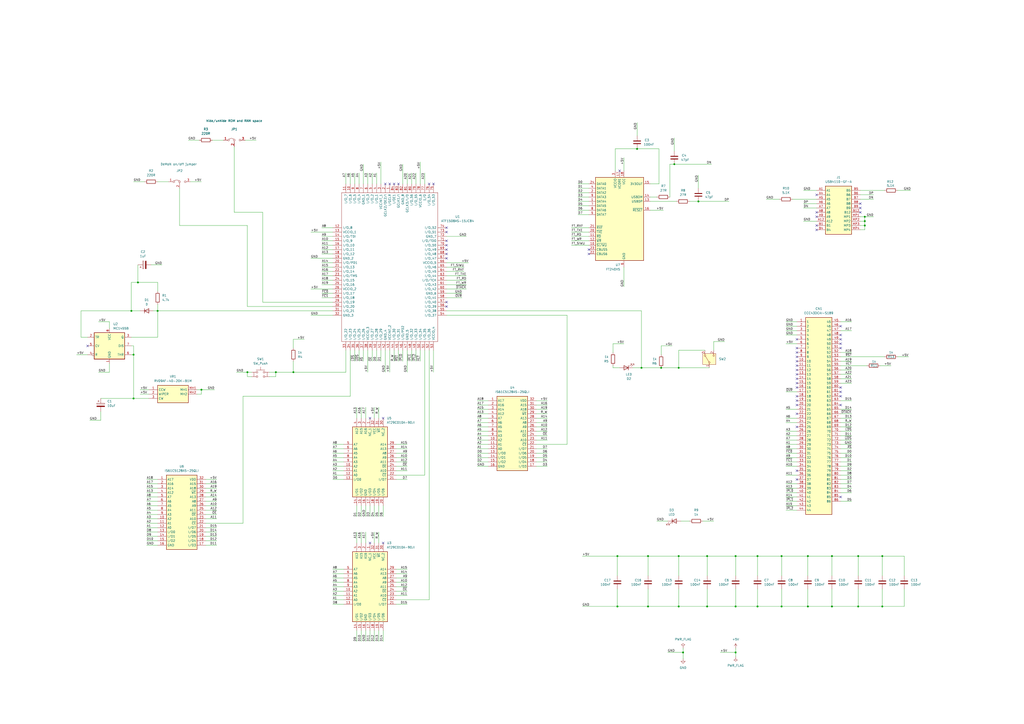
<source format=kicad_sch>
(kicad_sch (version 20250114) (generator "eeschema") (generator_version "9.0")
  (paper "A2")
  (title_block (title "DeMoN 2.0 PLCC version") (date "2024-07-11") (comment 1 "By na103 REbEL Gerbil "))
  (lib_symbols
    (symbol "Device:C" (pin_numbers (hide yes)) (pin_names (offset 0.254))
      (property "Reference" "C" (at 0.635 2.54 0))
      (property "Value" "C" (at 0.635 -2.54 0))
      (symbol "C_1_1"
        (pin passive line (at 0 3.81 270) (length 2.794) (name "~") (number "1"))
        (pin passive line (at 0 -3.81 90) (length 2.794) (name "~") (number "2"))
      )
    )
    (symbol "Device:C_Polarized" (pin_numbers (hide yes)) (pin_names (offset 0.254))
      (property "Reference" "C" (at 0.635 2.54 0))
      (property "Value" "C_Polarized" (at 0.635 -2.54 0))
      (symbol "C_Polarized_1_1"
        (pin passive line (at 0 3.81 270) (length 2.794) (name "~") (number "1"))
        (pin passive line (at 0 -3.81 90) (length 2.794) (name "~") (number "2"))
      )
    )
    (symbol "Device:D" (pin_numbers (hide yes)) (pin_names (offset 1.016) (hide yes))
      (property "Reference" "D" (at 0 2.54 0))
      (property "Value" "D" (at 0 -2.54 0))
      (symbol "D_1_1"
        (pin passive line (at -3.81 0 0) (length 2.54) (name "K") (number "1"))
        (pin passive line (at 3.81 0 180) (length 2.54) (name "A") (number "2"))
      )
    )
    (symbol "Device:LED" (pin_numbers (hide yes)) (pin_names (offset 1.016) (hide yes))
      (property "Reference" "D" (at 0 2.54 0))
      (property "Value" "LED" (at 0 -2.54 0))
      (symbol "LED_1_1"
        (pin passive line (at -3.81 0 0) (length 2.54) (name "K") (number "1"))
        (pin passive line (at 3.81 0 180) (length 2.54) (name "A") (number "2"))
      )
    )
    (symbol "Device:R" (pin_numbers (hide yes)) (pin_names (offset 0))
      (property "Reference" "R" (at 2.032 0 90))
      (property "Value" "R" (at 0 0 90))
      (symbol "R_1_1"
        (pin passive line (at 0 3.81 270) (length 1.27) (name "~") (number "1"))
        (pin passive line (at 0 -3.81 90) (length 1.27) (name "~") (number "2"))
      )
    )
    (symbol "ECC43DCAI-S189:ECC43DCAI-S189"
      (property "Reference" "C" (at 21.59 7.62 0))
      (property "Value" "ECC43DCAI-S189" (at 21.59 5.08 0))
      (symbol "ECC43DCAI-S189_1_1"
        (pin passive line (at 0 0 0) (length 5.08) (name "1") (number "1"))
        (pin passive line (at 0 -2.54 0) (length 5.08) (name "2") (number "2"))
        (pin passive line (at 0 -5.08 0) (length 5.08) (name "3") (number "3"))
        (pin passive line (at 0 -7.62 0) (length 5.08) (name "4") (number "4"))
        (pin passive line (at 0 -10.16 0) (length 5.08) (name "5") (number "5"))
        (pin passive line (at 0 -12.7 0) (length 5.08) (name "6") (number "6"))
        (pin passive line (at 0 -15.24 0) (length 5.08) (name "7") (number "7"))
        (pin passive line (at 0 -17.78 0) (length 5.08) (name "8") (number "8"))
        (pin passive line (at 0 -20.32 0) (length 5.08) (name "9") (number "9"))
        (pin passive line (at 0 -22.86 0) (length 5.08) (name "10") (number "10"))
        (pin passive line (at 0 -25.4 0) (length 5.08) (name "11") (number "11"))
        (pin passive line (at 0 -27.94 0) (length 5.08) (name "12") (number "12"))
        (pin passive line (at 0 -30.48 0) (length 5.08) (name "13") (number "13"))
        (pin passive line (at 0 -33.02 0) (length 5.08) (name "14") (number "14"))
        (pin passive line (at 0 -35.56 0) (length 5.08) (name "15") (number "15"))
        (pin passive line (at 0 -38.1 0) (length 5.08) (name "16") (number "16"))
        (pin passive line (at 0 -40.64 0) (length 5.08) (name "17") (number "17"))
        (pin passive line (at 0 -43.18 0) (length 5.08) (name "18") (number "18"))
        (pin passive line (at 0 -45.72 0) (length 5.08) (name "19") (number "19"))
        (pin passive line (at 0 -48.26 0) (length 5.08) (name "20") (number "20"))
        (pin passive line (at 0 -50.8 0) (length 5.08) (name "21") (number "21"))
        (pin passive line (at 0 -53.34 0) (length 5.08) (name "22") (number "22"))
        (pin passive line (at 0 -55.88 0) (length 5.08) (name "23") (number "23"))
        (pin passive line (at 0 -58.42 0) (length 5.08) (name "24") (number "24"))
        (pin passive line (at 0 -60.96 0) (length 5.08) (name "25") (number "25"))
        (pin passive line (at 0 -63.5 0) (length 5.08) (name "26") (number "26"))
        (pin passive line (at 0 -66.04 0) (length 5.08) (name "27") (number "27"))
        (pin passive line (at 0 -68.58 0) (length 5.08) (name "28") (number "28"))
        (pin passive line (at 0 -71.12 0) (length 5.08) (name "29") (number "29"))
        (pin passive line (at 0 -73.66 0) (length 5.08) (name "30") (number "30"))
        (pin passive line (at 0 -76.2 0) (length 5.08) (name "31") (number "31"))
        (pin passive line (at 0 -78.74 0) (length 5.08) (name "32") (number "32"))
        (pin passive line (at 0 -81.28 0) (length 5.08) (name "33") (number "33"))
        (pin passive line (at 0 -83.82 0) (length 5.08) (name "34") (number "34"))
        (pin passive line (at 0 -86.36 0) (length 5.08) (name "35") (number "35"))
        (pin passive line (at 0 -88.9 0) (length 5.08) (name "36") (number "36"))
        (pin passive line (at 0 -91.44 0) (length 5.08) (name "37") (number "37"))
        (pin passive line (at 0 -93.98 0) (length 5.08) (name "38") (number "38"))
        (pin passive line (at 0 -96.52 0) (length 5.08) (name "39") (number "39"))
        (pin passive line (at 0 -99.06 0) (length 5.08) (name "40") (number "40"))
        (pin passive line (at 0 -101.6 0) (length 5.08) (name "41") (number "41"))
        (pin passive line (at 0 -104.14 0) (length 5.08) (name "42") (number "42"))
        (pin passive line (at 0 -106.68 0) (length 5.08) (name "43") (number "43"))
        (pin passive line (at 0 -109.22 0) (length 5.08) (name "44") (number "44"))
        (pin passive line (at 25.4 0 180) (length 5.08) (name "45") (number "45"))
        (pin passive line (at 25.4 -2.54 180) (length 5.08) (name "46") (number "46"))
        (pin passive line (at 25.4 -5.08 180) (length 5.08) (name "47") (number "47"))
        (pin passive line (at 25.4 -7.62 180) (length 5.08) (name "48") (number "48"))
        (pin passive line (at 25.4 -10.16 180) (length 5.08) (name "49") (number "49"))
        (pin passive line (at 25.4 -12.7 180) (length 5.08) (name "50") (number "50"))
        (pin passive line (at 25.4 -15.24 180) (length 5.08) (name "51") (number "51"))
        (pin passive line (at 25.4 -17.78 180) (length 5.08) (name "52") (number "52"))
        (pin passive line (at 25.4 -20.32 180) (length 5.08) (name "53") (number "53"))
        (pin passive line (at 25.4 -22.86 180) (length 5.08) (name "54") (number "54"))
        (pin passive line (at 25.4 -25.4 180) (length 5.08) (name "55") (number "55"))
        (pin passive line (at 25.4 -27.94 180) (length 5.08) (name "56") (number "56"))
        (pin passive line (at 25.4 -30.48 180) (length 5.08) (name "57") (number "57"))
        (pin passive line (at 25.4 -33.02 180) (length 5.08) (name "58") (number "58"))
        (pin passive line (at 25.4 -35.56 180) (length 5.08) (name "59") (number "59"))
        (pin passive line (at 25.4 -38.1 180) (length 5.08) (name "60") (number "60"))
        (pin passive line (at 25.4 -40.64 180) (length 5.08) (name "61") (number "61"))
        (pin passive line (at 25.4 -43.18 180) (length 5.08) (name "62") (number "62"))
        (pin passive line (at 25.4 -45.72 180) (length 5.08) (name "63") (number "63"))
        (pin passive line (at 25.4 -48.26 180) (length 5.08) (name "64") (number "64"))
        (pin passive line (at 25.4 -50.8 180) (length 5.08) (name "65") (number "65"))
        (pin passive line (at 25.4 -53.34 180) (length 5.08) (name "66") (number "66"))
        (pin passive line (at 25.4 -55.88 180) (length 5.08) (name "67") (number "67"))
        (pin passive line (at 25.4 -58.42 180) (length 5.08) (name "68") (number "68"))
        (pin passive line (at 25.4 -60.96 180) (length 5.08) (name "69") (number "69"))
        (pin passive line (at 25.4 -63.5 180) (length 5.08) (name "70") (number "70"))
        (pin passive line (at 25.4 -66.04 180) (length 5.08) (name "71") (number "71"))
        (pin passive line (at 25.4 -68.58 180) (length 5.08) (name "72") (number "72"))
        (pin passive line (at 25.4 -71.12 180) (length 5.08) (name "73") (number "73"))
        (pin passive line (at 25.4 -73.66 180) (length 5.08) (name "74") (number "74"))
        (pin passive line (at 25.4 -76.2 180) (length 5.08) (name "75") (number "75"))
        (pin passive line (at 25.4 -78.74 180) (length 5.08) (name "76") (number "76"))
        (pin passive line (at 25.4 -81.28 180) (length 5.08) (name "77") (number "77"))
        (pin passive line (at 25.4 -83.82 180) (length 5.08) (name "78") (number "78"))
        (pin passive line (at 25.4 -86.36 180) (length 5.08) (name "79") (number "79"))
        (pin passive line (at 25.4 -88.9 180) (length 5.08) (name "80") (number "80"))
        (pin passive line (at 25.4 -91.44 180) (length 5.08) (name "81") (number "81"))
        (pin passive line (at 25.4 -93.98 180) (length 5.08) (name "82") (number "82"))
        (pin passive line (at 25.4 -96.52 180) (length 5.08) (name "83") (number "83"))
        (pin passive line (at 25.4 -99.06 180) (length 5.08) (name "84") (number "84"))
        (pin passive line (at 25.4 -101.6 180) (length 5.08) (name "85") (number "85"))
        (pin passive line (at 25.4 -104.14 180) (length 5.08) (name "86") (number "86"))
      )
    )
    (symbol "Interface_USB:FT240XS"
      (property "Reference" "U" (at -13.97 25.4 0))
      (property "Value" "FT240XS" (at 7.62 25.4 0))
      (symbol "FT240XS_1_1"
        (pin power_out line (at -17.78 20.32 0) (length 3.81) (name "3V3OUT") (number "15"))
        (pin bidirectional line (at -17.78 12.7 0) (length 3.81) (name "USBDM") (number "14"))
        (pin bidirectional line (at -17.78 10.16 0) (length 3.81) (name "USBDP") (number "13"))
        (pin input line (at -17.78 5.08 0) (length 3.81) (name "~{RESET}") (number "16"))
        (pin power_in line (at -2.54 27.94 270) (length 3.81) (name "VCC") (number "18"))
        (pin passive line (at -2.54 -27.94 90) (length 3.81) (hide yes) (name "GND") (number "19"))
        (pin power_in line (at -2.54 -27.94 90) (length 3.81) (name "GND") (number "6"))
        (pin power_out line (at 0 27.94 270) (length 3.81) (name "VCORE") (number "17"))
        (pin power_in line (at 2.54 27.94 270) (length 3.81) (name "VCCIO") (number "3"))
        (pin bidirectional line (at 17.78 20.32 180) (length 3.81) (name "DATA0") (number "24"))
        (pin bidirectional line (at 17.78 17.78 180) (length 3.81) (name "DATA1") (number "4"))
        (pin bidirectional line (at 17.78 15.24 180) (length 3.81) (name "DATA2") (number "2"))
        (pin bidirectional line (at 17.78 12.7 180) (length 3.81) (name "DATA3") (number "9"))
        (pin bidirectional line (at 17.78 10.16 180) (length 3.81) (name "DATA4") (number "1"))
        (pin bidirectional line (at 17.78 7.62 180) (length 3.81) (name "DATA5") (number "7"))
        (pin bidirectional line (at 17.78 5.08 180) (length 3.81) (name "DATA6") (number "8"))
        (pin bidirectional line (at 17.78 2.54 180) (length 3.81) (name "DATA7") (number "5"))
        (pin output line (at 17.78 -5.08 180) (length 3.81) (name "~{RXF}") (number "21"))
        (pin output line (at 17.78 -7.62 180) (length 3.81) (name "~{TXE}") (number "20"))
        (pin input line (at 17.78 -10.16 180) (length 3.81) (name "~{RD}") (number "11"))
        (pin input line (at 17.78 -12.7 180) (length 3.81) (name "~{WR}") (number "12"))
        (pin input line (at 17.78 -15.24 180) (length 3.81) (name "~{SI/WU}") (number "10"))
        (pin bidirectional line (at 17.78 -17.78 180) (length 3.81) (name "CBUS5") (number "23"))
        (pin bidirectional line (at 17.78 -20.32 180) (length 3.81) (name "CBUS6") (number "22"))
      )
    )
    (symbol "Jumper:Jumper_3_Bridged12" (pin_names (offset 0) (hide yes)) (exclude_from_sim yes) (in_bom no)
      (property "Reference" "JP" (at -2.54 -2.54 0))
      (property "Value" "Jumper_3_Bridged12" (at 0 2.794 0))
      (symbol "Jumper_3_Bridged12_1_1"
        (pin passive line (at -6.35 0 0) (length 2.54) (name "A") (number "1"))
        (pin passive line (at 0 -3.81 90) (length 2.54) (name "C") (number "2"))
        (pin passive line (at 6.35 0 180) (length 2.54) (name "B") (number "3"))
      )
    )
    (symbol "SamacSys_Parts:AT29C010A-90JI"
      (property "Reference" "IC" (at 26.67 15.24 0))
      (property "Value" "AT29C010A-90JI" (at 26.67 12.7 0))
      (symbol "AT29C010A-90JI_1_1"
        (pin passive line (at 0 0 0) (length 5.08) (name "A7") (number "5"))
        (pin passive line (at 0 -2.54 0) (length 5.08) (name "A6") (number "6"))
        (pin passive line (at 0 -5.08 0) (length 5.08) (name "A5") (number "7"))
        (pin passive line (at 0 -7.62 0) (length 5.08) (name "A4") (number "8"))
        (pin passive line (at 0 -10.16 0) (length 5.08) (name "A3") (number "9"))
        (pin passive line (at 0 -12.7 0) (length 5.08) (name "A2") (number "10"))
        (pin passive line (at 0 -15.24 0) (length 5.08) (name "A1") (number "11"))
        (pin passive line (at 0 -17.78 0) (length 5.08) (name "A0") (number "12"))
        (pin passive line (at 0 -20.32 0) (length 5.08) (name "I/O0") (number "13"))
        (pin passive line (at 7.62 15.24 270) (length 5.08) (name "A12") (number "4"))
        (pin passive line (at 7.62 -35.56 90) (length 5.08) (name "I/O1") (number "14"))
        (pin passive line (at 10.16 15.24 270) (length 5.08) (name "A15") (number "3"))
        (pin passive line (at 10.16 -35.56 90) (length 5.08) (name "I/O2") (number "15"))
        (pin passive line (at 12.7 15.24 270) (length 5.08) (name "A16") (number "2"))
        (pin passive line (at 12.7 -35.56 90) (length 5.08) (name "GND") (number "16"))
        (pin passive line (at 15.24 15.24 270) (length 5.08) (name "NC_1") (number "1"))
        (pin passive line (at 15.24 -35.56 90) (length 5.08) (name "I/O3") (number "17"))
        (pin passive line (at 17.78 15.24 270) (length 5.08) (name "VCC") (number "32"))
        (pin passive line (at 17.78 -35.56 90) (length 5.08) (name "I/O4") (number "18"))
        (pin passive line (at 20.32 15.24 270) (length 5.08) (name "~{WE}") (number "31"))
        (pin passive line (at 20.32 -35.56 90) (length 5.08) (name "I/O5") (number "19"))
        (pin passive line (at 22.86 15.24 270) (length 5.08) (name "NC_2") (number "30"))
        (pin passive line (at 22.86 -35.56 90) (length 5.08) (name "I/O6") (number "20"))
        (pin passive line (at 30.48 0 180) (length 5.08) (name "A14") (number "29"))
        (pin passive line (at 30.48 -2.54 180) (length 5.08) (name "A13") (number "28"))
        (pin passive line (at 30.48 -5.08 180) (length 5.08) (name "A8") (number "27"))
        (pin passive line (at 30.48 -7.62 180) (length 5.08) (name "A9") (number "26"))
        (pin passive line (at 30.48 -10.16 180) (length 5.08) (name "A11") (number "25"))
        (pin passive line (at 30.48 -12.7 180) (length 5.08) (name "~{OE}") (number "24"))
        (pin passive line (at 30.48 -15.24 180) (length 5.08) (name "A10") (number "23"))
        (pin passive line (at 30.48 -17.78 180) (length 5.08) (name "~{CE}") (number "22"))
        (pin passive line (at 30.48 -20.32 180) (length 5.08) (name "I/O7") (number "21"))
      )
    )
    (symbol "SamacSys_Parts:IS61C5128AS-25QLI"
      (property "Reference" "IC" (at 24.13 7.62 0))
      (property "Value" "IS61C5128AS-25QLI" (at 24.13 5.08 0))
      (symbol "IS61C5128AS-25QLI_1_1"
        (pin passive line (at 0 0 0) (length 5.08) (name "A17") (number "1"))
        (pin passive line (at 0 -2.54 0) (length 5.08) (name "A16") (number "2"))
        (pin passive line (at 0 -5.08 0) (length 5.08) (name "A14") (number "3"))
        (pin passive line (at 0 -7.62 0) (length 5.08) (name "A12") (number "4"))
        (pin passive line (at 0 -10.16 0) (length 5.08) (name "A7") (number "5"))
        (pin passive line (at 0 -12.7 0) (length 5.08) (name "A6") (number "6"))
        (pin passive line (at 0 -15.24 0) (length 5.08) (name "A5") (number "7"))
        (pin passive line (at 0 -17.78 0) (length 5.08) (name "A4") (number "8"))
        (pin passive line (at 0 -20.32 0) (length 5.08) (name "A3") (number "9"))
        (pin passive line (at 0 -22.86 0) (length 5.08) (name "A2") (number "10"))
        (pin passive line (at 0 -25.4 0) (length 5.08) (name "A1") (number "11"))
        (pin passive line (at 0 -27.94 0) (length 5.08) (name "A0") (number "12"))
        (pin passive line (at 0 -30.48 0) (length 5.08) (name "I/O0") (number "13"))
        (pin passive line (at 0 -33.02 0) (length 5.08) (name "I/O1") (number "14"))
        (pin passive line (at 0 -35.56 0) (length 5.08) (name "I/O2") (number "15"))
        (pin passive line (at 0 -38.1 0) (length 5.08) (name "GND") (number "16"))
        (pin passive line (at 27.94 0 180) (length 5.08) (name "VDD") (number "32"))
        (pin passive line (at 27.94 -2.54 180) (length 5.08) (name "A15") (number "31"))
        (pin passive line (at 27.94 -5.08 180) (length 5.08) (name "A18") (number "30"))
        (pin passive line (at 27.94 -7.62 180) (length 5.08) (name "~{WE}") (number "29"))
        (pin passive line (at 27.94 -10.16 180) (length 5.08) (name "A13") (number "28"))
        (pin passive line (at 27.94 -12.7 180) (length 5.08) (name "A8") (number "27"))
        (pin passive line (at 27.94 -15.24 180) (length 5.08) (name "A9") (number "26"))
        (pin passive line (at 27.94 -17.78 180) (length 5.08) (name "A11") (number "25"))
        (pin passive line (at 27.94 -20.32 180) (length 5.08) (name "~{OE}") (number "24"))
        (pin passive line (at 27.94 -22.86 180) (length 5.08) (name "A10") (number "23"))
        (pin passive line (at 27.94 -25.4 180) (length 5.08) (name "~{CE}") (number "22"))
        (pin passive line (at 27.94 -27.94 180) (length 5.08) (name "I/O7") (number "21"))
        (pin passive line (at 27.94 -30.48 180) (length 5.08) (name "I/O6") (number "20"))
        (pin passive line (at 27.94 -33.02 180) (length 5.08) (name "I/O5") (number "19"))
        (pin passive line (at 27.94 -35.56 180) (length 5.08) (name "I/O4") (number "18"))
        (pin passive line (at 27.94 -38.1 180) (length 5.08) (name "I/O3") (number "17"))
      )
    )
    (symbol "SamacSys_Parts:RV09AF-40-20K-B1M"
      (property "Reference" "VR" (at 24.13 7.62 0))
      (property "Value" "RV09AF-40-20K-B1M" (at 24.13 5.08 0))
      (symbol "RV09AF-40-20K-B1M_1_1"
        (pin passive line (at 0 0 0) (length 5.08) (name "CCW") (number "1"))
        (pin passive line (at 0 -2.54 0) (length 5.08) (name "WIPER") (number "2"))
        (pin passive line (at 0 -5.08 0) (length 5.08) (name "CW") (number "3"))
        (pin passive line (at 27.94 0 180) (length 5.08) (name "MH1") (number "MH1"))
        (pin passive line (at 27.94 -2.54 180) (length 5.08) (name "MH2") (number "MH2"))
      )
    )
    (symbol "Switch:SW_Push" (pin_numbers (hide yes)) (pin_names (offset 1.016) (hide yes))
      (property "Reference" "SW1" (at 0 7.62 0))
      (property "Value" "SW_Push" (at 0 5.08 0))
      (symbol "SW_Push_0_1"
        (pin passive line (at -5.08 -2.54 0) (length 2.54) (name "3") (number "3"))
        (pin passive line (at 5.08 0 180) (length 2.54) (name "2") (number "2"))
        (pin passive line (at 5.08 -2.54 180) (length 2.54) (name "4") (number "4"))
      )
      (symbol "SW_Push_1_1"
        (pin passive line (at -5.08 0 0) (length 2.54) (name "1") (number "1"))
      )
    )
    (symbol "Switch:SW_Wuerth_450301014042" (pin_names (offset 1) (hide yes))
      (property "Reference" "SW" (at 0 5.08 0))
      (property "Value" "SW_Wuerth_450301014042" (at 0 -5.08 0))
      (symbol "SW_Wuerth_450301014042_1_1"
        (pin passive line (at -5.08 0 0) (length 2.54) (name "B") (number "1"))
        (pin passive line (at 5.08 2.54 180) (length 2.54) (name "A") (number "3"))
        (pin passive line (at 5.08 -2.54 180) (length 2.54) (name "C") (number "2"))
      )
    )
    (symbol "Timer:MC1455B"
      (property "Reference" "U" (at -10.16 8.89 0))
      (property "Value" "MC1455B" (at 2.54 8.89 0))
      (symbol "MC1455B_0_0"
        (pin power_in line (at 0 10.16 270) (length 2.54) (name "VCC") (number "8"))
        (pin power_in line (at 0 -10.16 90) (length 2.54) (name "GND") (number "1"))
      )
      (symbol "MC1455B_1_1"
        (pin input line (at -12.7 5.08 0) (length 3.81) (name "TR") (number "2"))
        (pin input line (at -12.7 0 0) (length 3.81) (name "CV") (number "5"))
        (pin input inverted (at -12.7 -5.08 0) (length 3.81) (name "R") (number "4"))
        (pin output line (at 12.7 5.08 180) (length 3.81) (name "Q") (number "3"))
        (pin input line (at 12.7 0 180) (length 3.81) (name "DIS") (number "7"))
        (pin input line (at 12.7 -5.08 180) (length 3.81) (name "THR") (number "6"))
      )
    )
    (symbol "ariii:ATF1504AS-20JC84" (pin_names (offset 0.762))
      (property "Reference" "IC" (at 62.23 25.4 0))
      (property "Value" "ATF1504AS-20JC84" (at 62.23 22.86 0))
      (symbol "ATF1504AS-20JC84_0_0"
        (pin passive line (at 0 0 0) (length 5.08) (name "I/O_8") (number "12"))
        (pin passive line (at 0 -2.54 0) (length 5.08) (name "VCCIO_1") (number "13"))
        (pin passive line (at 0 -5.08 0) (length 5.08) (name "I/O/TDI") (number "14"))
        (pin passive line (at 0 -7.62 0) (length 5.08) (name "I/O_9") (number "15"))
        (pin passive line (at 0 -10.16 0) (length 5.08) (name "I/O_10") (number "16"))
        (pin passive line (at 0 -12.7 0) (length 5.08) (name "I/O_11") (number "17"))
        (pin passive line (at 0 -15.24 0) (length 5.08) (name "I/O_12") (number "18"))
        (pin passive line (at 0 -17.78 0) (length 5.08) (name "GND_2") (number "19"))
        (pin passive line (at 0 -20.32 0) (length 5.08) (name "I/O/PD1") (number "20"))
        (pin passive line (at 0 -22.86 0) (length 5.08) (name "I/O_13") (number "21"))
        (pin passive line (at 0 -25.4 0) (length 5.08) (name "I/O_14") (number "22"))
        (pin passive line (at 0 -27.94 0) (length 5.08) (name "I/O/TMS") (number "23"))
        (pin passive line (at 0 -30.48 0) (length 5.08) (name "I/O_15") (number "24"))
        (pin passive line (at 0 -33.02 0) (length 5.08) (name "I/O_16") (number "25"))
        (pin passive line (at 0 -35.56 0) (length 5.08) (name "VCCIO_2") (number "26"))
        (pin passive line (at 0 -38.1 0) (length 5.08) (name "I/O_17") (number "27"))
        (pin passive line (at 0 -40.64 0) (length 5.08) (name "I/O_18") (number "28"))
        (pin passive line (at 0 -43.18 0) (length 5.08) (name "I/O_19") (number "29"))
        (pin passive line (at 0 -45.72 0) (length 5.08) (name "I/O_20") (number "30"))
        (pin passive line (at 0 -48.26 0) (length 5.08) (name "I/O_21") (number "31"))
        (pin passive line (at 0 -50.8 0) (length 5.08) (name "GND_3") (number "32"))
        (pin passive line (at 7.62 25.4 270) (length 5.08) (name "I/O_7") (number "11"))
        (pin passive line (at 7.62 -71.12 90) (length 5.08) (name "I/O_22") (number "33"))
        (pin passive line (at 10.16 25.4 270) (length 5.08) (name "I/O_6") (number "10"))
        (pin passive line (at 10.16 -71.12 90) (length 5.08) (name "I/O_23") (number "34"))
        (pin passive line (at 12.7 25.4 270) (length 5.08) (name "I/O_5") (number "9"))
        (pin passive line (at 12.7 -71.12 90) (length 5.08) (name "I/O_24") (number "35"))
        (pin passive line (at 15.24 25.4 270) (length 5.08) (name "I/O_4") (number "8"))
        (pin passive line (at 15.24 -71.12 90) (length 5.08) (name "I/O_25") (number "36"))
        (pin passive line (at 17.78 25.4 270) (length 5.08) (name "GND_1") (number "7"))
        (pin passive line (at 17.78 -71.12 90) (length 5.08) (name "I/O_26") (number "37"))
        (pin passive line (at 20.32 25.4 270) (length 5.08) (name "I/O_3") (number "6"))
        (pin passive line (at 20.32 -71.12 90) (length 5.08) (name "VCCIO_3") (number "38"))
        (pin passive line (at 22.86 25.4 270) (length 5.08) (name "I/O_2") (number "5"))
        (pin passive line (at 22.86 -71.12 90) (length 5.08) (name "I/O_27") (number "39"))
        (pin passive line (at 25.4 25.4 270) (length 5.08) (name "I/O_1") (number "4"))
        (pin passive line (at 25.4 -71.12 90) (length 5.08) (name "I/O_28") (number "40"))
        (pin passive line (at 27.94 25.4 270) (length 5.08) (name "VCCINT_1") (number "3"))
        (pin passive line (at 27.94 -71.12 90) (length 5.08) (name "I/O_29") (number "41"))
        (pin passive line (at 30.48 25.4 270) (length 5.08) (name "GCLK2/OE2/I") (number "2"))
        (pin passive line (at 30.48 -71.12 90) (length 5.08) (name "GND_4") (number "42"))
        (pin passive line (at 33.02 25.4 270) (length 5.08) (name "I/GCLR") (number "1"))
        (pin passive line (at 33.02 -71.12 90) (length 5.08) (name "VCCINT_2") (number "43"))
        (pin passive line (at 35.56 25.4 270) (length 5.08) (name "I/OE1") (number "84"))
        (pin passive line (at 35.56 -71.12 90) (length 5.08) (name "I/O_30") (number "44"))
        (pin passive line (at 38.1 25.4 270) (length 5.08) (name "GCLK1/I") (number "83"))
        (pin passive line (at 38.1 -71.12 90) (length 5.08) (name "I/O_31") (number "45"))
        (pin passive line (at 40.64 25.4 270) (length 5.08) (name "GND_8") (number "82"))
        (pin passive line (at 40.64 -71.12 90) (length 5.08) (name "I/O/PD2") (number "46"))
        (pin passive line (at 43.18 25.4 270) (length 5.08) (name "GCLK3/I/O") (number "81"))
        (pin passive line (at 43.18 -71.12 90) (length 5.08) (name "GND_5") (number "47"))
        (pin passive line (at 45.72 25.4 270) (length 5.08) (name "I/O_56") (number "80"))
        (pin passive line (at 45.72 -71.12 90) (length 5.08) (name "I/O_32") (number "48"))
        (pin passive line (at 48.26 25.4 270) (length 5.08) (name "I/O_55") (number "79"))
        (pin passive line (at 48.26 -71.12 90) (length 5.08) (name "I/O_33") (number "49"))
        (pin passive line (at 50.8 25.4 270) (length 5.08) (name "VCCIO_6") (number "78"))
        (pin passive line (at 50.8 -71.12 90) (length 5.08) (name "I/O_34") (number "50"))
        (pin passive line (at 53.34 25.4 270) (length 5.08) (name "1/O") (number "77"))
        (pin passive line (at 53.34 -71.12 90) (length 5.08) (name "I/O_35") (number "51"))
        (pin passive line (at 55.88 25.4 270) (length 5.08) (name "I/O_54") (number "76"))
        (pin passive line (at 55.88 -71.12 90) (length 5.08) (name "I/O_36") (number "52"))
        (pin passive line (at 58.42 25.4 270) (length 5.08) (name "I/O_53") (number "75"))
        (pin passive line (at 58.42 -71.12 90) (length 5.08) (name "VCCIO_4") (number "53"))
        (pin passive line (at 66.04 0 180) (length 5.08) (name "I/O_52") (number "74"))
        (pin passive line (at 66.04 -2.54 180) (length 5.08) (name "I/O_51") (number "73"))
        (pin passive line (at 66.04 -5.08 180) (length 5.08) (name "GND_7") (number "72"))
        (pin passive line (at 66.04 -7.62 180) (length 5.08) (name "I/O/TDO") (number "71"))
        (pin passive line (at 66.04 -10.16 180) (length 5.08) (name "I/O_50") (number "70"))
        (pin passive line (at 66.04 -12.7 180) (length 5.08) (name "I/O_49") (number "69"))
        (pin passive line (at 66.04 -15.24 180) (length 5.08) (name "I/O_48") (number "68"))
        (pin passive line (at 66.04 -17.78 180) (length 5.08) (name "I/O_47") (number "67"))
        (pin passive line (at 66.04 -20.32 180) (length 5.08) (name "VCCIO_5") (number "66"))
        (pin passive line (at 66.04 -22.86 180) (length 5.08) (name "I/O_46") (number "65"))
        (pin passive line (at 66.04 -25.4 180) (length 5.08) (name "I/O_45") (number "64"))
        (pin passive line (at 66.04 -27.94 180) (length 5.08) (name "I/O_44") (number "63"))
        (pin passive line (at 66.04 -30.48 180) (length 5.08) (name "I/O/TCK") (number "62"))
        (pin passive line (at 66.04 -33.02 180) (length 5.08) (name "I/O_43") (number "61"))
        (pin passive line (at 66.04 -35.56 180) (length 5.08) (name "I/O_42") (number "60"))
        (pin passive line (at 66.04 -38.1 180) (length 5.08) (name "GND_6") (number "59"))
        (pin passive line (at 66.04 -40.64 180) (length 5.08) (name "I/O_41") (number "58"))
        (pin passive line (at 66.04 -43.18 180) (length 5.08) (name "I/O_40") (number "57"))
        (pin passive line (at 66.04 -45.72 180) (length 5.08) (name "I/O_39") (number "56"))
        (pin passive line (at 66.04 -48.26 180) (length 5.08) (name "I/O_38") (number "55"))
        (pin passive line (at 66.04 -50.8 180) (length 5.08) (name "I/O_37") (number "54"))
      )
    )
    (symbol "ariii:USB4110-GF-A"
      (property "Reference" "J" (at 21.59 7.62 0))
      (property "Value" "USB4110-GF-A" (at 21.59 5.08 0))
      (symbol "USB4110-GF-A_1_1"
        (pin passive line (at 0 0 0) (length 5.08) (name "A1") (number "A1"))
        (pin passive line (at 0 -2.54 0) (length 5.08) (name "A4") (number "A4"))
        (pin passive line (at 0 -5.08 0) (length 5.08) (name "A5") (number "A5"))
        (pin passive line (at 0 -7.62 0) (length 5.08) (name "A6") (number "A6"))
        (pin passive line (at 0 -10.16 0) (length 5.08) (name "A7") (number "A7"))
        (pin passive line (at 0 -12.7 0) (length 5.08) (name "A8") (number "A8"))
        (pin passive line (at 0 -15.24 0) (length 5.08) (name "A9") (number "A9"))
        (pin passive line (at 0 -17.78 0) (length 5.08) (name "A12") (number "A12"))
        (pin passive line (at 0 -20.32 0) (length 5.08) (name "B1") (number "B1"))
        (pin passive line (at 0 -22.86 0) (length 5.08) (name "B4") (number "B4"))
        (pin passive line (at 25.4 0 180) (length 5.08) (name "B5") (number "B5"))
        (pin passive line (at 25.4 -2.54 180) (length 5.08) (name "B6") (number "B6"))
        (pin passive line (at 25.4 -5.08 180) (length 5.08) (name "B7") (number "B7"))
        (pin passive line (at 25.4 -7.62 180) (length 5.08) (name "B8") (number "B8"))
        (pin passive line (at 25.4 -10.16 180) (length 5.08) (name "B9") (number "B9"))
        (pin passive line (at 25.4 -12.7 180) (length 5.08) (name "B12") (number "B12"))
        (pin passive line (at 25.4 -15.24 180) (length 5.08) (name "MP1") (number "MP1"))
        (pin passive line (at 25.4 -17.78 180) (length 5.08) (name "MP2") (number "MP2"))
        (pin passive line (at 25.4 -20.32 180) (length 5.08) (name "MP3") (number "MP3"))
        (pin passive line (at 25.4 -22.86 180) (length 5.08) (name "MP4") (number "MP4"))
      )
    )
    (symbol "power:+5V" (power) (pin_numbers (hide yes)) (pin_names (offset 0) (hide yes))
      (property "Value" "+5V" (at 0 3.556 0))
      (symbol "+5V_1_1"
        (pin power_in line (at 0 0 90) (length 0) (name "~") (number "1"))
      )
    )
    (symbol "power:GND" (power) (pin_numbers (hide yes)) (pin_names (offset 0) (hide yes))
      (property "Value" "GND" (at 0 -3.81 0))
      (symbol "GND_1_1"
        (pin power_in line (at 0 0 270) (length 0) (name "~") (number "1"))
      )
    )
    (symbol "power:PWR_FLAG" (power) (pin_numbers (hide yes)) (pin_names (offset 0) (hide yes))
      (property "Value" "PWR_FLAG" (at 0 3.81 0))
      (symbol "PWR_FLAG_0_0"
        (pin power_out line (at 0 0 90) (length 0) (name "~") (number "1"))
      )
    )
  )
  (junction (at 426.72 351.79))
  (junction (at 369.57 86.36))
  (junction (at 396.24 378.46))
  (junction (at 116.84 226.06))
  (junction (at 453.39 351.79))
  (junction (at 497.84 351.79))
  (junction (at 76.2 180.34))
  (junction (at 410.21 351.79))
  (junction (at 80.01 163.83))
  (junction (at 439.42 322.58))
  (junction (at 358.14 351.79))
  (junction (at 393.7 351.79))
  (junction (at 91.44 180.34))
  (junction (at 501.65 130.81))
  (junction (at 511.81 351.79))
  (junction (at 393.7 322.58))
  (junction (at 375.92 322.58))
  (junction (at 391.16 95.25))
  (junction (at 77.47 231.14))
  (junction (at 426.72 378.46))
  (junction (at 405.13 116.84))
  (junction (at 410.21 322.58))
  (junction (at 468.63 322.58))
  (junction (at 383.54 213.36))
  (junction (at 170.18 215.9))
  (junction (at 482.6 351.79))
  (junction (at 482.6 322.58))
  (junction (at 468.63 351.79))
  (junction (at 375.92 351.79))
  (junction (at 501.65 125.73))
  (junction (at 511.81 322.58))
  (junction (at 453.39 322.58))
  (junction (at 439.42 351.79))
  (junction (at 372.11 213.36))
  (junction (at 426.72 322.58))
  (junction (at 77.47 205.74))
  (junction (at 393.7 213.36))
  (junction (at 160.02 215.9))
  (junction (at 497.84 322.58))
  (junction (at 358.14 322.58))
  (junction (at 143.51 215.9))
  (junction (at 501.65 128.27))
  (no_connect (at 487.68 201.93))
  (no_connect (at 487.68 196.85))
  (no_connect (at 473.71 113.03))
  (no_connect (at 487.68 229.87))
  (no_connect (at 341.63 147.32))
  (no_connect (at 462.28 247.65))
  (no_connect (at 259.08 147.32))
  (no_connect (at 462.28 219.71))
  (no_connect (at 473.71 123.19))
  (no_connect (at 462.28 207.01))
  (no_connect (at 487.68 234.95))
  (no_connect (at 259.08 132.08))
  (no_connect (at 462.28 232.41))
  (no_connect (at 259.08 142.24))
  (no_connect (at 462.28 240.03))
  (no_connect (at 462.28 217.17))
  (no_connect (at 487.68 288.29))
  (no_connect (at 359.41 99.06))
  (no_connect (at 462.28 201.93))
  (no_connect (at 222.25 242.57))
  (no_connect (at 231.14 106.68))
  (no_connect (at 50.8 200.66))
  (no_connect (at 462.28 222.25))
  (no_connect (at 214.63 242.57))
  (no_connect (at 462.28 278.13))
  (no_connect (at 487.68 224.79))
  (no_connect (at 487.68 194.31))
  (no_connect (at 462.28 273.05))
  (no_connect (at 222.25 314.96))
  (no_connect (at 259.08 175.26))
  (no_connect (at 462.28 209.55))
  (no_connect (at 462.28 196.85))
  (no_connect (at 462.28 214.63))
  (no_connect (at 487.68 189.23))
  (no_connect (at 473.71 133.35))
  (no_connect (at 223.52 106.68))
  (no_connect (at 487.68 199.39))
  (no_connect (at 248.92 106.68))
  (no_connect (at 487.68 227.33))
  (no_connect (at 341.63 144.78))
  (no_connect (at 499.11 120.65))
  (no_connect (at 473.71 130.81))
  (no_connect (at 251.46 106.68))
  (no_connect (at 259.08 149.86))
  (no_connect (at 228.6 106.68))
  (no_connect (at 259.08 139.7))
  (no_connect (at 462.28 204.47))
  (no_connect (at 473.71 125.73))
  (no_connect (at 462.28 229.87))
  (no_connect (at 499.11 123.19))
  (no_connect (at 462.28 212.09))
  (no_connect (at 259.08 177.8))
  (no_connect (at 259.08 134.62))
  (no_connect (at 462.28 224.79))
  (no_connect (at 462.28 234.95))
  (no_connect (at 259.08 144.78))
  (no_connect (at 226.06 106.68))
  (no_connect (at 214.63 314.96))
  (no_connect (at 499.11 118.11))
  (wire (pts (xy 119.38 303.53) (xy 140.97 303.53)))
  (wire (pts (xy 455.93 283.21) (xy 462.28 283.21)))
  (wire (pts (xy 259.08 160.02) (xy 270.51 160.02)))
  (wire (pts (xy 76.2 180.34) (xy 81.28 180.34)))
  (wire (pts (xy 135.89 85.09) (xy 135.89 123.19)))
  (wire (pts (xy 335.28 119.38) (xy 341.63 119.38)))
  (wire (pts (xy 511.81 341.63) (xy 511.81 351.79)))
  (wire (pts (xy 356.87 99.06) (xy 356.87 86.36)))
  (wire (pts (xy 455.93 265.43) (xy 462.28 265.43)))
  (wire (pts (xy 455.93 260.35) (xy 462.28 260.35)))
  (wire (pts (xy 276.86 247.65) (xy 283.21 247.65)))
  (wire (pts (xy 193.04 275.59) (xy 199.39 275.59)))
  (wire (pts (xy 335.28 121.92) (xy 341.63 121.92)))
  (wire (pts (xy 85.09 278.13) (xy 91.44 278.13)))
  (wire (pts (xy 259.08 180.34) (xy 372.11 180.34)))
  (wire (pts (xy 186.69 157.48) (xy 193.04 157.48)))
  (wire (pts (xy 393.7 341.63) (xy 393.7 351.79)))
  (wire (pts (xy 267.97 170.18) (xy 259.08 170.18)))
  (wire (pts (xy 125.73 306.07) (xy 119.38 306.07)))
  (wire (pts (xy 337.82 351.79) (xy 358.14 351.79)))
  (wire (pts (xy 331.47 134.62) (xy 341.63 134.62)))
  (wire (pts (xy 215.9 209.55) (xy 215.9 203.2)))
  (wire (pts (xy 335.28 109.22) (xy 341.63 109.22)))
  (wire (pts (xy 494.03 260.35) (xy 487.68 260.35)))
  (wire (pts (xy 411.48 213.36) (xy 393.7 213.36)))
  (wire (pts (xy 236.22 262.89) (xy 229.87 262.89)))
  (wire (pts (xy 377.19 114.3) (xy 381 114.3)))
  (wire (pts (xy 497.84 322.58) (xy 497.84 334.01)))
  (wire (pts (xy 516.89 212.09) (xy 510.54 212.09)))
  (wire (pts (xy 236.22 265.43) (xy 229.87 265.43)))
  (wire (pts (xy 317.5 234.95) (xy 311.15 234.95)))
  (wire (pts (xy 453.39 351.79) (xy 453.39 341.63)))
  (wire (pts (xy 203.2 203.2) (xy 203.2 229.87)))
  (wire (pts (xy 219.71 236.22) (xy 219.71 242.57)))
  (wire (pts (xy 125.73 313.69) (xy 119.38 313.69)))
  (wire (pts (xy 426.72 351.79) (xy 439.42 351.79)))
  (wire (pts (xy 473.71 120.65) (xy 466.09 120.65)))
  (wire (pts (xy 193.04 347.98) (xy 199.39 347.98)))
  (wire (pts (xy 511.81 322.58) (xy 511.81 334.01)))
  (wire (pts (xy 410.21 322.58) (xy 426.72 322.58)))
  (wire (pts (xy 143.51 215.9) (xy 143.51 218.44)))
  (wire (pts (xy 251.46 215.9) (xy 251.46 203.2)))
  (wire (pts (xy 209.55 299.72) (xy 209.55 293.37)))
  (wire (pts (xy 426.72 375.92) (xy 426.72 378.46)))
  (wire (pts (xy 455.93 295.91) (xy 462.28 295.91)))
  (wire (pts (xy 276.86 232.41) (xy 283.21 232.41)))
  (wire (pts (xy 210.82 209.55) (xy 210.82 203.2)))
  (wire (pts (xy 238.76 100.33) (xy 238.76 106.68)))
  (wire (pts (xy 160.02 218.44) (xy 156.21 218.44)))
  (wire (pts (xy 494.03 237.49) (xy 487.68 237.49)))
  (wire (pts (xy 85.09 308.61) (xy 91.44 308.61)))
  (wire (pts (xy 218.44 100.33) (xy 218.44 106.68)))
  (wire (pts (xy 236.22 257.81) (xy 229.87 257.81)))
  (wire (pts (xy 426.72 322.58) (xy 439.42 322.58)))
  (wire (pts (xy 85.09 288.29) (xy 91.44 288.29)))
  (wire (pts (xy 170.18 209.55) (xy 170.18 215.9)))
  (wire (pts (xy 193.04 262.89) (xy 199.39 262.89)))
  (wire (pts (xy 193.04 270.51) (xy 199.39 270.51)))
  (wire (pts (xy 241.3 209.55) (xy 241.3 203.2)))
  (wire (pts (xy 459.74 115.57) (xy 473.71 115.57)))
  (wire (pts (xy 494.03 265.43) (xy 487.68 265.43)))
  (wire (pts (xy 468.63 322.58) (xy 468.63 334.01)))
  (wire (pts (xy 63.5 186.69) (xy 63.5 190.5)))
  (wire (pts (xy 85.09 290.83) (xy 91.44 290.83)))
  (wire (pts (xy 85.09 280.67) (xy 91.44 280.67)))
  (wire (pts (xy 453.39 322.58) (xy 468.63 322.58)))
  (wire (pts (xy 213.36 100.33) (xy 213.36 106.68)))
  (wire (pts (xy 494.03 252.73) (xy 487.68 252.73)))
  (wire (pts (xy 193.04 278.13) (xy 199.39 278.13)))
  (wire (pts (xy 501.65 128.27) (xy 501.65 125.73)))
  (wire (pts (xy 236.22 270.51) (xy 229.87 270.51)))
  (wire (pts (xy 143.51 215.9) (xy 137.16 215.9)))
  (wire (pts (xy 218.44 209.55) (xy 218.44 203.2)))
  (wire (pts (xy 85.09 283.21) (xy 91.44 283.21)))
  (wire (pts (xy 236.22 350.52) (xy 229.87 350.52)))
  (wire (pts (xy 125.73 298.45) (xy 119.38 298.45)))
  (wire (pts (xy 494.03 247.65) (xy 487.68 247.65)))
  (wire (pts (xy 414.02 302.26) (xy 407.67 302.26)))
  (wire (pts (xy 455.93 267.97) (xy 462.28 267.97)))
  (wire (pts (xy 186.69 147.32) (xy 193.04 147.32)))
  (wire (pts (xy 341.63 132.08) (xy 331.47 132.08)))
  (wire (pts (xy 455.93 191.77) (xy 462.28 191.77)))
  (wire (pts (xy 186.69 162.56) (xy 193.04 162.56)))
  (wire (pts (xy 455.93 262.89) (xy 462.28 262.89)))
  (wire (pts (xy 455.93 252.73) (xy 462.28 252.73)))
  (wire (pts (xy 494.03 257.81) (xy 487.68 257.81)))
  (wire (pts (xy 499.11 113.03) (xy 506.73 113.03)))
  (wire (pts (xy 499.11 133.35) (xy 501.65 133.35)))
  (wire (pts (xy 125.73 288.29) (xy 119.38 288.29)))
  (wire (pts (xy 125.73 290.83) (xy 119.38 290.83)))
  (wire (pts (xy 85.09 303.53) (xy 91.44 303.53)))
  (wire (pts (xy 331.47 139.7) (xy 341.63 139.7)))
  (wire (pts (xy 355.6 212.09) (xy 355.6 213.36)))
  (wire (pts (xy 267.97 172.72) (xy 259.08 172.72)))
  (wire (pts (xy 372.11 213.36) (xy 383.54 213.36)))
  (wire (pts (xy 355.6 213.36) (xy 359.41 213.36)))
  (wire (pts (xy 104.14 130.81) (xy 143.51 130.81)))
  (wire (pts (xy 396.24 378.46) (xy 396.24 382.27)))
  (wire (pts (xy 219.71 299.72) (xy 219.71 293.37)))
  (wire (pts (xy 494.03 290.83) (xy 487.68 290.83)))
  (wire (pts (xy 482.6 351.79) (xy 482.6 341.63)))
  (wire (pts (xy 80.01 153.67) (xy 80.01 163.83)))
  (wire (pts (xy 222.25 299.72) (xy 222.25 293.37)))
  (wire (pts (xy 193.04 337.82) (xy 199.39 337.82)))
  (wire (pts (xy 93.98 153.67) (xy 87.63 153.67)))
  (wire (pts (xy 186.69 139.7) (xy 193.04 139.7)))
  (wire (pts (xy 487.68 207.01) (xy 513.08 207.01)))
  (wire (pts (xy 388.62 95.25) (xy 391.16 95.25)))
  (wire (pts (xy 58.42 231.14) (xy 77.47 231.14)))
  (wire (pts (xy 426.72 378.46) (xy 426.72 381)))
  (wire (pts (xy 91.44 176.53) (xy 91.44 180.34)))
  (wire (pts (xy 208.28 100.33) (xy 208.28 106.68)))
  (wire (pts (xy 200.66 215.9) (xy 200.66 203.2)))
  (wire (pts (xy 186.69 170.18) (xy 193.04 170.18)))
  (wire (pts (xy 455.93 199.39) (xy 462.28 199.39)))
  (wire (pts (xy 383.54 213.36) (xy 393.7 213.36)))
  (wire (pts (xy 383.54 205.74) (xy 383.54 200.66)))
  (wire (pts (xy 317.5 255.27) (xy 311.15 255.27)))
  (wire (pts (xy 83.82 105.41) (xy 77.47 105.41)))
  (wire (pts (xy 317.5 250.19) (xy 311.15 250.19)))
  (wire (pts (xy 193.04 350.52) (xy 199.39 350.52)))
  (wire (pts (xy 152.4 123.19) (xy 152.4 175.26)))
  (wire (pts (xy 317.5 242.57) (xy 311.15 242.57)))
  (wire (pts (xy 361.95 166.37) (xy 361.95 154.94)))
  (wire (pts (xy 76.2 195.58) (xy 91.44 195.58)))
  (wire (pts (xy 358.14 351.79) (xy 375.92 351.79)))
  (wire (pts (xy 473.71 110.49) (xy 466.09 110.49)))
  (wire (pts (xy 317.5 247.65) (xy 311.15 247.65)))
  (wire (pts (xy 335.28 116.84) (xy 341.63 116.84)))
  (wire (pts (xy 236.22 340.36) (xy 229.87 340.36)))
  (wire (pts (xy 408.94 203.2) (xy 393.7 203.2)))
  (wire (pts (xy 115.57 81.28) (xy 109.22 81.28)))
  (wire (pts (xy 236.22 342.9) (xy 229.87 342.9)))
  (wire (pts (xy 243.84 93.98) (xy 243.84 106.68)))
  (wire (pts (xy 217.17 314.96) (xy 217.17 308.61)))
  (wire (pts (xy 193.04 273.05) (xy 199.39 273.05)))
  (wire (pts (xy 494.03 222.25) (xy 487.68 222.25)))
  (wire (pts (xy 236.22 267.97) (xy 229.87 267.97)))
  (wire (pts (xy 361.95 91.44) (xy 361.95 99.06)))
  (wire (pts (xy 482.6 351.79) (xy 497.84 351.79)))
  (wire (pts (xy 114.3 226.06) (xy 116.84 226.06)))
  (wire (pts (xy 248.92 203.2) (xy 248.92 347.98)))
  (wire (pts (xy 410.21 351.79) (xy 426.72 351.79)))
  (wire (pts (xy 77.47 231.14) (xy 86.36 231.14)))
  (wire (pts (xy 405.13 101.6) (xy 405.13 109.22)))
  (wire (pts (xy 455.93 189.23) (xy 462.28 189.23)))
  (wire (pts (xy 193.04 267.97) (xy 199.39 267.97)))
  (wire (pts (xy 193.04 332.74) (xy 199.39 332.74)))
  (wire (pts (xy 259.08 165.1) (xy 270.51 165.1)))
  (wire (pts (xy 455.93 275.59) (xy 462.28 275.59)))
  (wire (pts (xy 170.18 215.9) (xy 200.66 215.9)))
  (wire (pts (xy 269.24 157.48) (xy 259.08 157.48)))
  (wire (pts (xy 76.2 180.34) (xy 46.99 180.34)))
  (wire (pts (xy 233.68 209.55) (xy 233.68 203.2)))
  (wire (pts (xy 259.08 167.64) (xy 270.51 167.64)))
  (wire (pts (xy 494.03 219.71) (xy 487.68 219.71)))
  (wire (pts (xy 511.81 351.79) (xy 497.84 351.79)))
  (wire (pts (xy 193.04 330.2) (xy 199.39 330.2)))
  (wire (pts (xy 271.78 152.4) (xy 259.08 152.4)))
  (wire (pts (xy 494.03 217.17) (xy 487.68 217.17)))
  (wire (pts (xy 455.93 250.19) (xy 462.28 250.19)))
  (wire (pts (xy 219.71 372.11) (xy 219.71 365.76)))
  (wire (pts (xy 229.87 347.98) (xy 248.92 347.98)))
  (wire (pts (xy 228.6 209.55) (xy 228.6 203.2)))
  (wire (pts (xy 148.59 81.28) (xy 142.24 81.28)))
  (wire (pts (xy 186.69 152.4) (xy 193.04 152.4)))
  (wire (pts (xy 186.69 132.08) (xy 193.04 132.08)))
  (wire (pts (xy 317.5 232.41) (xy 311.15 232.41)))
  (wire (pts (xy 81.28 228.6) (xy 86.36 228.6)))
  (wire (pts (xy 63.5 210.82) (xy 63.5 215.9)))
  (wire (pts (xy 125.73 308.61) (xy 119.38 308.61)))
  (wire (pts (xy 466.09 128.27) (xy 473.71 128.27)))
  (wire (pts (xy 455.93 280.67) (xy 462.28 280.67)))
  (wire (pts (xy 410.21 341.63) (xy 410.21 351.79)))
  (wire (pts (xy 494.03 191.77) (xy 487.68 191.77)))
  (wire (pts (xy 513.08 110.49) (xy 499.11 110.49)))
  (wire (pts (xy 527.05 207.01) (xy 520.7 207.01)))
  (wire (pts (xy 388.62 114.3) (xy 388.62 95.25)))
  (wire (pts (xy 186.69 142.24) (xy 193.04 142.24)))
  (wire (pts (xy 393.7 322.58) (xy 393.7 334.01)))
  (wire (pts (xy 236.22 345.44) (xy 229.87 345.44)))
  (wire (pts (xy 76.2 205.74) (xy 77.47 205.74)))
  (wire (pts (xy 229.87 275.59) (xy 246.38 275.59)))
  (wire (pts (xy 453.39 322.58) (xy 453.39 334.01)))
  (wire (pts (xy 143.51 215.9) (xy 146.05 215.9)))
  (wire (pts (xy 236.22 337.82) (xy 229.87 337.82)))
  (wire (pts (xy 212.09 372.11) (xy 212.09 365.76)))
  (wire (pts (xy 317.5 265.43) (xy 311.15 265.43)))
  (wire (pts (xy 317.5 262.89) (xy 311.15 262.89)))
  (wire (pts (xy 220.98 93.98) (xy 220.98 106.68)))
  (wire (pts (xy 455.93 186.69) (xy 462.28 186.69)))
  (wire (pts (xy 511.81 322.58) (xy 524.51 322.58)))
  (wire (pts (xy 382.27 106.68) (xy 377.19 106.68)))
  (wire (pts (xy 85.09 311.15) (xy 91.44 311.15)))
  (wire (pts (xy 116.84 228.6) (xy 116.84 226.06)))
  (wire (pts (xy 125.73 285.75) (xy 119.38 285.75)))
  (wire (pts (xy 193.04 177.8) (xy 143.51 177.8)))
  (wire (pts (xy 116.84 226.06) (xy 124.46 226.06)))
  (wire (pts (xy 213.36 215.9) (xy 213.36 203.2)))
  (wire (pts (xy 375.92 341.63) (xy 375.92 351.79)))
  (wire (pts (xy 186.69 165.1) (xy 193.04 165.1)))
  (wire (pts (xy 114.3 228.6) (xy 116.84 228.6)))
  (wire (pts (xy 381 302.26) (xy 387.35 302.26)))
  (wire (pts (xy 439.42 322.58) (xy 439.42 334.01)))
  (wire (pts (xy 135.89 123.19) (xy 152.4 123.19)))
  (wire (pts (xy 233.68 95.25) (xy 233.68 106.68)))
  (wire (pts (xy 455.93 227.33) (xy 462.28 227.33)))
  (wire (pts (xy 91.44 180.34) (xy 193.04 180.34)))
  (wire (pts (xy 328.93 182.88) (xy 328.93 257.81)))
  (wire (pts (xy 276.86 270.51) (xy 283.21 270.51)))
  (wire (pts (xy 387.35 378.46) (xy 396.24 378.46)))
  (wire (pts (xy 317.5 237.49) (xy 311.15 237.49)))
  (wire (pts (xy 494.03 275.59) (xy 487.68 275.59)))
  (wire (pts (xy 85.09 295.91) (xy 91.44 295.91)))
  (wire (pts (xy 236.22 215.9) (xy 236.22 203.2)))
  (wire (pts (xy 219.71 308.61) (xy 219.71 314.96)))
  (wire (pts (xy 236.22 278.13) (xy 229.87 278.13)))
  (wire (pts (xy 207.01 308.61) (xy 207.01 314.96)))
  (wire (pts (xy 125.73 293.37) (xy 119.38 293.37)))
  (wire (pts (xy 335.28 111.76) (xy 341.63 111.76)))
  (wire (pts (xy 270.51 137.16) (xy 259.08 137.16)))
  (wire (pts (xy 494.03 270.51) (xy 487.68 270.51)))
  (wire (pts (xy 367.03 213.36) (xy 372.11 213.36)))
  (wire (pts (xy 91.44 168.91) (xy 91.44 163.83)))
  (wire (pts (xy 193.04 335.28) (xy 199.39 335.28)))
  (wire (pts (xy 236.22 273.05) (xy 229.87 273.05)))
  (wire (pts (xy 193.04 342.9) (xy 199.39 342.9)))
  (wire (pts (xy 205.74 209.55) (xy 205.74 203.2)))
  (wire (pts (xy 180.34 149.86) (xy 193.04 149.86)))
  (wire (pts (xy 417.83 378.46) (xy 426.72 378.46)))
  (wire (pts (xy 426.72 341.63) (xy 426.72 351.79)))
  (wire (pts (xy 186.69 160.02) (xy 193.04 160.02)))
  (wire (pts (xy 394.97 302.26) (xy 400.05 302.26)))
  (wire (pts (xy 231.14 209.55) (xy 231.14 203.2)))
  (wire (pts (xy 193.04 345.44) (xy 199.39 345.44)))
  (wire (pts (xy 455.93 270.51) (xy 462.28 270.51)))
  (wire (pts (xy 243.84 209.55) (xy 243.84 203.2)))
  (wire (pts (xy 494.03 267.97) (xy 487.68 267.97)))
  (wire (pts (xy 455.93 293.37) (xy 462.28 293.37)))
  (wire (pts (xy 317.5 267.97) (xy 311.15 267.97)))
  (wire (pts (xy 453.39 351.79) (xy 468.63 351.79)))
  (wire (pts (xy 208.28 209.55) (xy 208.28 203.2)))
  (wire (pts (xy 77.47 205.74) (xy 77.47 231.14)))
  (wire (pts (xy 203.2 229.87) (xy 140.97 229.87)))
  (wire (pts (xy 217.17 242.57) (xy 217.17 236.22)))
  (wire (pts (xy 455.93 290.83) (xy 462.28 290.83)))
  (wire (pts (xy 76.2 163.83) (xy 76.2 180.34)))
  (wire (pts (xy 439.42 322.58) (xy 453.39 322.58)))
  (wire (pts (xy 317.5 240.03) (xy 311.15 240.03)))
  (wire (pts (xy 209.55 308.61) (xy 209.55 314.96)))
  (wire (pts (xy 276.86 240.03) (xy 283.21 240.03)))
  (wire (pts (xy 186.69 172.72) (xy 193.04 172.72)))
  (wire (pts (xy 209.55 236.22) (xy 209.55 242.57)))
  (wire (pts (xy 152.4 175.26) (xy 193.04 175.26)))
  (wire (pts (xy 85.09 300.99) (xy 91.44 300.99)))
  (wire (pts (xy 391.16 80.01) (xy 391.16 87.63)))
  (wire (pts (xy 328.93 257.81) (xy 311.15 257.81)))
  (wire (pts (xy 140.97 229.87) (xy 140.97 303.53)))
  (wire (pts (xy 369.57 86.36) (xy 382.27 86.36)))
  (wire (pts (xy 186.69 137.16) (xy 193.04 137.16)))
  (wire (pts (xy 482.6 322.58) (xy 482.6 334.01)))
  (wire (pts (xy 180.34 182.88) (xy 193.04 182.88)))
  (wire (pts (xy 85.09 298.45) (xy 91.44 298.45)))
  (wire (pts (xy 405.13 116.84) (xy 422.91 116.84)))
  (wire (pts (xy 501.65 133.35) (xy 501.65 130.81)))
  (wire (pts (xy 57.15 186.69) (xy 63.5 186.69)))
  (wire (pts (xy 143.51 130.81) (xy 143.51 177.8)))
  (wire (pts (xy 317.5 245.11) (xy 311.15 245.11)))
  (wire (pts (xy 499.11 125.73) (xy 501.65 125.73)))
  (wire (pts (xy 212.09 308.61) (xy 212.09 314.96)))
  (wire (pts (xy 125.73 278.13) (xy 119.38 278.13)))
  (wire (pts (xy 455.93 285.75) (xy 462.28 285.75)))
  (wire (pts (xy 524.51 351.79) (xy 511.81 351.79)))
  (wire (pts (xy 276.86 257.81) (xy 283.21 257.81)))
  (wire (pts (xy 494.03 232.41) (xy 487.68 232.41)))
  (wire (pts (xy 335.28 114.3) (xy 341.63 114.3)))
  (wire (pts (xy 44.45 205.74) (xy 50.8 205.74)))
  (wire (pts (xy 335.28 124.46) (xy 341.63 124.46)))
  (wire (pts (xy 494.03 245.11) (xy 487.68 245.11)))
  (wire (pts (xy 468.63 351.79) (xy 482.6 351.79)))
  (wire (pts (xy 170.18 215.9) (xy 160.02 215.9)))
  (wire (pts (xy 223.52 215.9) (xy 223.52 203.2)))
  (wire (pts (xy 358.14 322.58) (xy 358.14 334.01)))
  (wire (pts (xy 170.18 201.93) (xy 170.18 196.85)))
  (wire (pts (xy 246.38 100.33) (xy 246.38 106.68)))
  (wire (pts (xy 317.5 252.73) (xy 311.15 252.73)))
  (wire (pts (xy 276.86 237.49) (xy 283.21 237.49)))
  (wire (pts (xy 444.5 115.57) (xy 452.12 115.57)))
  (wire (pts (xy 91.44 163.83) (xy 80.01 163.83)))
  (wire (pts (xy 193.04 257.81) (xy 199.39 257.81)))
  (wire (pts (xy 125.73 311.15) (xy 119.38 311.15)))
  (wire (pts (xy 494.03 285.75) (xy 487.68 285.75)))
  (wire (pts (xy 524.51 341.63) (xy 524.51 351.79)))
  (wire (pts (xy 337.82 322.58) (xy 358.14 322.58)))
  (wire (pts (xy 499.11 115.57) (xy 506.73 115.57)))
  (wire (pts (xy 410.21 322.58) (xy 410.21 334.01)))
  (wire (pts (xy 205.74 100.33) (xy 205.74 106.68)))
  (wire (pts (xy 455.93 257.81) (xy 462.28 257.81)))
  (wire (pts (xy 91.44 105.41) (xy 97.79 105.41)))
  (wire (pts (xy 468.63 322.58) (xy 482.6 322.58)))
  (wire (pts (xy 494.03 250.19) (xy 487.68 250.19)))
  (wire (pts (xy 455.93 194.31) (xy 462.28 194.31)))
  (wire (pts (xy 455.93 237.49) (xy 462.28 237.49)))
  (wire (pts (xy 455.93 255.27) (xy 462.28 255.27)))
  (wire (pts (xy 494.03 240.03) (xy 487.68 240.03)))
  (wire (pts (xy 377.19 116.84) (xy 392.43 116.84)))
  (wire (pts (xy 499.11 130.81) (xy 501.65 130.81)))
  (wire (pts (xy 160.02 215.9) (xy 156.21 215.9)))
  (wire (pts (xy 494.03 214.63) (xy 487.68 214.63)))
  (wire (pts (xy 214.63 299.72) (xy 214.63 293.37)))
  (wire (pts (xy 220.98 209.55) (xy 220.98 203.2)))
  (wire (pts (xy 222.25 372.11) (xy 222.25 365.76)))
  (wire (pts (xy 494.03 283.21) (xy 487.68 283.21)))
  (wire (pts (xy 497.84 351.79) (xy 497.84 341.63)))
  (wire (pts (xy 52.07 243.84) (xy 58.42 243.84)))
  (wire (pts (xy 497.84 322.58) (xy 511.81 322.58)))
  (wire (pts (xy 455.93 288.29) (xy 462.28 288.29)))
  (wire (pts (xy 85.09 306.07) (xy 91.44 306.07)))
  (wire (pts (xy 317.5 270.51) (xy 311.15 270.51)))
  (wire (pts (xy 236.22 332.74) (xy 229.87 332.74)))
  (wire (pts (xy 375.92 322.58) (xy 375.92 334.01)))
  (wire (pts (xy 501.65 125.73) (xy 506.73 125.73)))
  (wire (pts (xy 57.15 215.9) (xy 63.5 215.9)))
  (wire (pts (xy 160.02 215.9) (xy 160.02 218.44)))
  (wire (pts (xy 85.09 293.37) (xy 91.44 293.37)))
  (wire (pts (xy 46.99 180.34) (xy 46.99 195.58)))
  (wire (pts (xy 482.6 322.58) (xy 497.84 322.58)))
  (wire (pts (xy 358.14 341.63) (xy 358.14 351.79)))
  (wire (pts (xy 468.63 351.79) (xy 468.63 341.63)))
  (wire (pts (xy 207.01 236.22) (xy 207.01 242.57)))
  (wire (pts (xy 88.9 180.34) (xy 91.44 180.34)))
  (wire (pts (xy 212.09 236.22) (xy 212.09 242.57)))
  (wire (pts (xy 501.65 130.81) (xy 501.65 128.27)))
  (wire (pts (xy 210.82 95.25) (xy 210.82 106.68)))
  (wire (pts (xy 276.86 245.11) (xy 283.21 245.11)))
  (wire (pts (xy 217.17 299.72) (xy 217.17 293.37)))
  (wire (pts (xy 76.2 200.66) (xy 77.47 200.66)))
  (wire (pts (xy 214.63 372.11) (xy 214.63 365.76)))
  (wire (pts (xy 46.99 195.58) (xy 50.8 195.58)))
  (wire (pts (xy 180.34 134.62) (xy 193.04 134.62)))
  (wire (pts (xy 361.95 199.39) (xy 355.6 199.39)))
  (wire (pts (xy 358.14 322.58) (xy 375.92 322.58)))
  (wire (pts (xy 369.57 71.12) (xy 369.57 78.74)))
  (wire (pts (xy 238.76 209.55) (xy 238.76 203.2)))
  (wire (pts (xy 391.16 95.25) (xy 412.75 95.25)))
  (wire (pts (xy 193.04 340.36) (xy 199.39 340.36)))
  (wire (pts (xy 170.18 196.85) (xy 176.53 196.85)))
  (wire (pts (xy 455.93 245.11) (xy 462.28 245.11)))
  (wire (pts (xy 473.71 118.11) (xy 466.09 118.11)))
  (wire (pts (xy 80.01 163.83) (xy 76.2 163.83)))
  (wire (pts (xy 494.03 255.27) (xy 487.68 255.27)))
  (wire (pts (xy 420.37 198.12) (xy 414.02 198.12)))
  (wire (pts (xy 85.09 313.69) (xy 91.44 313.69)))
  (wire (pts (xy 439.42 351.79) (xy 453.39 351.79)))
  (wire (pts (xy 396.24 375.92) (xy 396.24 378.46)))
  (wire (pts (xy 393.7 351.79) (xy 410.21 351.79)))
  (wire (pts (xy 125.73 280.67) (xy 119.38 280.67)))
  (wire (pts (xy 393.7 213.36) (xy 393.7 203.2)))
  (wire (pts (xy 215.9 100.33) (xy 215.9 106.68)))
  (wire (pts (xy 217.17 372.11) (xy 217.17 365.76)))
  (wire (pts (xy 207.01 299.72) (xy 207.01 293.37)))
  (wire (pts (xy 375.92 351.79) (xy 393.7 351.79)))
  (wire (pts (xy 269.24 154.94) (xy 259.08 154.94)))
  (wire (pts (xy 236.22 260.35) (xy 229.87 260.35)))
  (wire (pts (xy 193.04 265.43) (xy 199.39 265.43)))
  (wire (pts (xy 212.09 299.72) (xy 212.09 293.37)))
  (wire (pts (xy 85.09 316.23) (xy 91.44 316.23)))
  (wire (pts (xy 276.86 234.95) (xy 283.21 234.95)))
  (wire (pts (xy 499.11 128.27) (xy 501.65 128.27)))
  (wire (pts (xy 236.22 335.28) (xy 229.87 335.28)))
  (wire (pts (xy 426.72 322.58) (xy 426.72 334.01)))
  (wire (pts (xy 180.34 167.64) (xy 193.04 167.64)))
  (wire (pts (xy 236.22 330.2) (xy 229.87 330.2)))
  (wire (pts (xy 125.73 300.99) (xy 119.38 300.99)))
  (wire (pts (xy 494.03 280.67) (xy 487.68 280.67)))
  (wire (pts (xy 259.08 182.88) (xy 328.93 182.88)))
  (wire (pts (xy 276.86 260.35) (xy 283.21 260.35)))
  (wire (pts (xy 494.03 278.13) (xy 487.68 278.13)))
  (wire (pts (xy 384.81 121.92) (xy 377.19 121.92)))
  (wire (pts (xy 335.28 106.68) (xy 341.63 106.68)))
  (wire (pts (xy 236.22 100.33) (xy 236.22 106.68)))
  (wire (pts (xy 494.03 204.47) (xy 487.68 204.47)))
  (wire (pts (xy 186.69 154.94) (xy 193.04 154.94)))
  (wire (pts (xy 123.19 81.28) (xy 129.54 81.28)))
  (wire (pts (xy 331.47 137.16) (xy 341.63 137.16)))
  (wire (pts (xy 276.86 262.89) (xy 283.21 262.89)))
  (wire (pts (xy 259.08 162.56) (xy 270.51 162.56)))
  (wire (pts (xy 382.27 86.36) (xy 382.27 106.68)))
  (wire (pts (xy 494.03 186.69) (xy 487.68 186.69)))
  (wire (pts (xy 414.02 203.2) (xy 414.02 198.12)))
  (wire (pts (xy 81.28 226.06) (xy 86.36 226.06)))
  (wire (pts (xy 58.42 238.76) (xy 58.42 243.84)))
  (wire (pts (xy 393.7 322.58) (xy 410.21 322.58)))
  (wire (pts (xy 494.03 242.57) (xy 487.68 242.57)))
  (wire (pts (xy 375.92 322.58) (xy 393.7 322.58)))
  (wire (pts (xy 487.68 212.09) (xy 502.92 212.09)))
  (wire (pts (xy 276.86 265.43) (xy 283.21 265.43)))
  (wire (pts (xy 331.47 142.24) (xy 341.63 142.24)))
  (wire (pts (xy 241.3 100.33) (xy 241.3 106.68)))
  (wire (pts (xy 372.11 180.34) (xy 372.11 213.36)))
  (wire (pts (xy 246.38 203.2) (xy 246.38 275.59)))
  (wire (pts (xy 389.89 200.66) (xy 383.54 200.66)))
  (wire (pts (xy 356.87 86.36) (xy 369.57 86.36)))
  (wire (pts (xy 207.01 372.11) (xy 207.01 365.76)))
  (wire (pts (xy 494.03 209.55) (xy 487.68 209.55)))
  (wire (pts (xy 209.55 372.11) (xy 209.55 365.76)))
  (wire (pts (xy 116.84 105.41) (xy 110.49 105.41)))
  (wire (pts (xy 226.06 215.9) (xy 226.06 203.2)))
  (wire (pts (xy 186.69 144.78) (xy 193.04 144.78)))
  (wire (pts (xy 91.44 195.58) (xy 91.44 180.34)))
  (wire (pts (xy 355.6 204.47) (xy 355.6 199.39)))
  (wire (pts (xy 276.86 250.19) (xy 283.21 250.19)))
  (wire (pts (xy 276.86 255.27) (xy 283.21 255.27)))
  (wire (pts (xy 455.93 242.57) (xy 462.28 242.57)))
  (wire (pts (xy 276.86 252.73) (xy 283.21 252.73)))
  (wire (pts (xy 276.86 267.97) (xy 283.21 267.97)))
  (wire (pts (xy 494.03 273.05) (xy 487.68 273.05)))
  (wire (pts (xy 494.03 262.89) (xy 487.68 262.89)))
  (wire (pts (xy 125.73 316.23) (xy 119.38 316.23)))
  (wire (pts (xy 400.05 116.84) (xy 405.13 116.84)))
  (wire (pts (xy 203.2 100.33) (xy 203.2 106.68)))
  (wire (pts (xy 524.51 322.58) (xy 524.51 334.01)))
  (wire (pts (xy 528.32 110.49) (xy 520.7 110.49)))
  (wire (pts (xy 77.47 200.66) (xy 77.47 205.74)))
  (wire (pts (xy 143.51 218.44) (xy 146.05 218.44)))
  (wire (pts (xy 125.73 283.21) (xy 119.38 283.21)))
  (wire (pts (xy 317.5 260.35) (xy 311.15 260.35)))
  (wire (pts (xy 125.73 295.91) (xy 119.38 295.91)))
  (wire (pts (xy 439.42 341.63) (xy 439.42 351.79)))
  (wire (pts (xy 85.09 285.75) (xy 91.44 285.75)))
  (wire (pts (xy 200.66 100.33) (xy 200.66 106.68)))
  (wire (pts (xy 193.04 260.35) (xy 199.39 260.35)))
  (wire (pts (xy 276.86 242.57) (xy 283.21 242.57)))
  (wire (pts (xy 104.14 109.22) (xy 104.14 130.81)))
  (label "A11" (at 125.73 300.99 180))
  (label "~{DTACK}" (at 494.03 240.03 180))
  (label "GND" (at 180.34 149.86 0))
  (label "A13" (at 186.69 147.32 0))
  (label "D11" (at 494.03 252.73 180))
  (label "+5V" (at 176.53 196.85 180))
  (label "A15" (at 455.93 293.37 0))
  (label "~{OVR}" (at 267.97 172.72 180))
  (label "A16" (at 209.55 308.61 270))
  (label "D2" (at 276.86 267.97 0))
  (label "+5V" (at 414.02 302.26 180))
  (label "GND" (at 405.13 101.6 270))
  (label "A3" (at 276.86 255.27 0))
  (label "D12" (at 125.73 313.69 180))
  (label "A4" (at 193.04 340.36 0))
  (label "~{FC0}" (at 455.93 262.89 0))
  (label "D4" (at 494.03 283.21 180))
  (label "A14" (at 236.22 332.74 180))
  (label "D1" (at 276.86 265.43 0))
  (label "A6" (at 455.93 242.57 0))
  (label "D9" (at 494.03 270.51 180))
  (label "A13" (at 207.01 236.22 270))
  (label "~{IPL1}" (at 238.76 209.55 90))
  (label "GND" (at 466.09 110.49 0))
  (label "A15" (at 85.09 283.21 0))
  (label "GND" (at 337.82 351.79 0))
  (label "FT_WR" (at 270.51 165.1 180))
  (label "D1" (at 220.98 209.55 90))
  (label "~{IPL0}" (at 455.93 285.75 0))
  (label "+5V" (at 317.5 232.41 180))
  (label "~{UDS}" (at 494.03 255.27 180))
  (label "R_W" (at 317.5 240.03 180))
  (label "GND" (at 77.47 105.41 0))
  (label "~{OE}" (at 125.73 298.45 180))
  (label "D7" (at 317.5 260.35 180))
  (label "A3" (at 455.93 250.19 0))
  (label "A10" (at 125.73 293.37 180))
  (label "A7" (at 85.09 290.83 0))
  (label "A2" (at 276.86 257.81 0))
  (label "GND" (at 52.07 243.84 0))
  (label "R_W" (at 219.71 236.22 270))
  (label "A13" (at 85.09 285.75 0))
  (label "D14" (at 494.03 237.49 180))
  (label "+5V" (at 389.89 200.66 180))
  (label "A16" (at 317.5 234.95 180))
  (label "A18" (at 85.09 278.13 0))
  (label "A7" (at 455.93 255.27 0))
  (label "~{AS}" (at 210.82 209.55 90))
  (label "D2" (at 209.55 299.72 90))
  (label "D3" (at 317.5 270.51 180))
  (label "~{RST}" (at 494.03 207.01 180))
  (label "A20" (at 236.22 100.33 270))
  (label "A17" (at 85.09 280.67 0))
  (label "A5" (at 455.93 237.49 0))
  (label "+5V" (at 384.81 121.92 180))
  (label "DN" (at 412.75 95.25 180))
  (label "FT_RD" (at 270.51 162.56 180))
  (label "D4" (at 335.28 116.84 0))
  (label "A18" (at 186.69 162.56 0))
  (label "A17" (at 212.09 308.61 270))
  (label "+5V" (at 148.59 81.28 180))
  (label "D0" (at 193.04 278.13 0))
  (label "A20" (at 494.03 214.63 180))
  (label "A8" (at 193.04 330.2 0))
  (label "A14" (at 125.73 288.29 180))
  (label "GND" (at 85.09 316.23 0))
  (label "A7" (at 193.04 332.74 0))
  (label "A16" (at 186.69 157.48 0))
  (label "R_W" (at 125.73 285.75 180))
  (label "GND" (at 93.98 153.67 180))
  (label "+5V" (at 243.84 93.98 270))
  (label "A19" (at 186.69 165.1 0))
  (label "A5" (at 85.09 295.91 0))
  (label "D13" (at 219.71 372.11 90))
  (label "D11" (at 125.73 316.23 180))
  (label "+5V" (at 180.34 134.62 0))
  (label "A8" (at 455.93 260.35 0))
  (label "~{IPL1}" (at 455.93 290.83 0))
  (label "GND" (at 270.51 137.16 180))
  (label "A5" (at 193.04 337.82 0))
  (label "~{LDS}" (at 494.03 250.19 180))
  (label "D11" (at 214.63 372.11 90))
  (label "GND" (at 267.97 170.18 180))
  (label "A23" (at 246.38 100.33 270))
  (label "GND" (at 109.22 81.28 0))
  (label "+5V" (at 180.34 167.64 0))
  (label "R_W" (at 228.6 209.55 90))
  (label "~{HLT}" (at 494.03 212.09 180))
  (label "D6" (at 494.03 285.75 180))
  (label "D15" (at 236.22 350.52 180))
  (label "A6" (at 203.2 100.33 270))
  (label "GND" (at 387.35 378.46 0))
  (label "A17" (at 276.86 234.95 0))
  (label "D5" (at 219.71 299.72 90))
  (label "+5V" (at 271.78 152.4 180))
  (label "A13" (at 207.01 308.61 270))
  (label "A1" (at 85.09 306.07 0))
  (label "A7" (at 276.86 245.11 0))
  (label "GND" (at 137.16 215.9 0))
  (label "A9" (at 455.93 265.43 0))
  (label "A6" (at 193.04 335.28 0))
  (label "A22" (at 494.03 217.17 180))
  (label "GND" (at 455.93 189.23 0))
  (label "A4" (at 85.09 298.45 0))
  (label "~{IPL2}" (at 241.3 209.55 90))
  (label "DP" (at 422.91 116.84 180))
  (label "~{FC0}" (at 186.69 170.18 0))
  (label "A23" (at 494.03 222.25 180))
  (label "~{AS}" (at 494.03 260.35 180))
  (label "A1" (at 276.86 260.35 0))
  (label "A10" (at 186.69 139.7 0))
  (label "A12" (at 236.22 340.36 180))
  (label "GND" (at 212.09 372.11 90))
  (label "+5V" (at 57.15 186.69 0))
  (label "D10" (at 85.09 313.69 0))
  (label "FT_TXE" (at 331.47 134.62 0))
  (label "D3" (at 494.03 278.13 180))
  (label "A8" (at 276.86 242.57 0))
  (label "D5" (at 317.5 265.43 180))
  (label "A15" (at 236.22 330.2 180))
  (label "+5V" (at 527.05 207.01 180))
  (label "A4" (at 276.86 252.73 0))
  (label "~{OE}" (at 317.5 252.73 180))
  (label "D7" (at 494.03 280.67 180))
  (label "A11" (at 455.93 275.59 0))
  (label "A8" (at 85.09 288.29 0))
  (label "+5V" (at 337.82 322.58 0))
  (label "GND" (at 233.68 95.25 270))
  (label "A17" (at 186.69 160.02 0))
  (label "A22" (at 241.3 100.33 270))
  (label "A2" (at 193.04 273.05 0))
  (label "+5V" (at 217.17 236.22 270))
  (label "A1" (at 193.04 347.98 0))
  (label "D13" (at 125.73 311.15 180))
  (label "GND" (at 466.09 128.27 0))
  (label "D15" (at 125.73 306.07 180))
  (label "R_W" (at 219.71 308.61 270))
  (label "A2" (at 455.93 252.73 0))
  (label "+5V" (at 251.46 215.9 90))
  (label "A19" (at 125.73 283.21 180))
  (label "A12" (at 236.22 267.97 180))
  (label "A2" (at 215.9 100.33 270))
  (label "~{OVR}" (at 455.93 227.33 0))
  (label "A9" (at 317.5 245.11 180))
  (label "A18" (at 494.03 204.47 180))
  (label "~{FC1}" (at 455.93 267.97 0))
  (label "~{DTACK}" (at 270.51 167.64 180))
  (label "A7" (at 200.66 100.33 270))
  (label "DP" (at 466.09 118.11 0))
  (label "D0" (at 218.44 209.55 90))
  (label "A17" (at 494.03 191.77 180))
  (label "D1" (at 494.03 267.97 180))
  (label "A3" (at 193.04 270.51 0))
  (label "+5V" (at 217.17 308.61 270))
  (label "D2" (at 494.03 273.05 180))
  (label "A3" (at 193.04 342.9 0))
  (label "A1" (at 193.04 275.59 0))
  (label "A21" (at 494.03 219.71 180))
  (label "D1" (at 335.28 109.22 0))
  (label "A12" (at 317.5 250.19 180))
  (label "A9" (at 236.22 262.89 180))
  (label "A6" (at 85.09 293.37 0))
  (label "A14" (at 455.93 288.29 0))
  (label "D8" (at 494.03 275.59 180))
  (label "A16" (at 209.55 236.22 270))
  (label "D6" (at 222.25 299.72 90))
  (label "A9" (at 125.73 290.83 180))
  (label "+5V" (at 226.06 215.9 90))
  (label "GND" (at 420.37 198.12 180))
  (label "A17" (at 212.09 236.22 270))
  (label "A16" (at 125.73 280.67 180))
  (label "A3" (at 213.36 100.33 270))
  (label "D8" (at 85.09 308.61 0))
  (label "A4" (at 193.04 267.97 0))
  (label "+5V" (at 81.28 226.06 0))
  (label "D13" (at 494.03 242.57 180))
  (label "A7" (at 193.04 260.35 0))
  (label "+5V" (at 417.83 378.46 0))
  (label "A14" (at 236.22 260.35 180))
  (label "A10" (at 236.22 337.82 180))
  (label "A19" (at 494.03 209.55 180))
  (label "A10" (at 317.5 247.65 180))
  (label "A9" (at 236.22 335.28 180))
  (label "A4" (at 455.93 245.11 0))
  (label "GND" (at 444.5 115.57 0))
  (label "A11" (at 236.22 273.05 180))
  (label "D3" (at 214.63 299.72 90))
  (label "A6" (at 276.86 247.65 0))
  (label "+5V" (at 213.36 215.9 90))
  (label "DP" (at 506.73 113.03 180))
  (label "GND" (at 455.93 191.77 0))
  (label "A15" (at 236.22 257.81 180))
  (label "FT_TXE" (at 270.51 160.02 180))
  (label "D12" (at 217.17 372.11 90))
  (label "D9" (at 85.09 311.15 0))
  (label "GND" (at 381 302.26 0))
  (label "GND" (at 528.32 110.49 180))
  (label "GND" (at 210.82 95.25 270))
  (label "A10" (at 455.93 270.51 0))
  (label "A15" (at 276.86 237.49 0))
  (label "+5V" (at 81.28 228.6 0))
  (label "A5" (at 276.86 250.19 0))
  (label "+5V" (at 516.89 212.09 180))
  (label "FT_RXF" (at 331.47 132.08 0))
  (label "A14" (at 317.5 242.57 180))
  (label "GND" (at 455.93 194.31 0))
  (label "D6" (at 335.28 121.92 0))
  (label "GND" (at 124.46 226.06 180))
  (label "+5V" (at 361.95 199.39 180))
  (label "DN" (at 466.09 120.65 0))
  (label "A8" (at 186.69 132.08 0))
  (label "GND" (at 180.34 182.88 0))
  (label "D10" (at 209.55 372.11 90))
  (label "FT_SIWU" (at 331.47 142.24 0))
  (label "D8" (at 193.04 350.52 0))
  (label "D1" (at 207.01 299.72 90))
  (label "A6" (at 193.04 262.89 0))
  (label "+5V" (at 44.45 205.74 0))
  (label "D4" (at 317.5 267.97 180))
  (label "D6" (at 317.5 262.89 180))
  (label "GND" (at 212.09 299.72 90))
  (label "GND" (at 506.73 125.73 180))
  (label "D14" (at 222.25 372.11 90))
  (label "A16" (at 494.03 186.69 180))
  (label "A13" (at 455.93 283.21 0))
  (label "D12" (at 494.03 247.65 180))
  (label "D0" (at 335.28 106.68 0))
  (label "~{OE}" (at 236.22 270.51 180))
  (label "A2" (at 85.09 303.53 0))
  (label "A11" (at 186.69 142.24 0))
  (label "A14" (at 186.69 152.4 0))
  (label "A21" (at 238.76 100.33 270))
  (label "~{FC1}" (at 186.69 172.72 0))
  (label "A5" (at 193.04 265.43 0))
  (label "A3" (at 85.09 300.99 0))
  (label "D0" (at 494.03 262.89 180))
  (label "D7" (at 335.28 124.46 0))
  (label "A5" (at 205.74 100.33 270))
  (label "R_W" (at 494.03 245.11 180))
  (label "D10" (at 494.03 265.43 180))
  (label "GND" (at 57.15 215.9 0))
  (label "D3" (at 335.28 114.3 0))
  (label "DN" (at 506.73 115.57 180))
  (label "A18" (at 276.86 232.41 0))
  (label "A1" (at 218.44 100.33 270))
  (label "D4" (at 217.17 299.72 90))
  (label "D7" (at 236.22 278.13 180))
  (label "GND" (at 494.03 257.81 180))
  (label "FT_SIWU" (at 269.24 154.94 180))
  (label "D5" (at 335.28 119.38 0))
  (label "D9" (at 207.01 372.11 90))
  (label "FT_WR" (at 331.47 139.7 0))
  (label "A12" (at 186.69 144.78 0))
  (label "A12" (at 125.73 295.91 180))
  (label "D15" (at 494.03 232.41 180))
  (label "GND" (at 369.57 71.12 270))
  (label "+5V" (at 116.84 105.41 180))
  (label "+5V" (at 361.95 91.44 270))
  (label "FT_RD" (at 331.47 137.16 0))
  (label "~{OE}" (at 215.9 209.55 90))
  (label "A2" (at 193.04 345.44 0))
  (label "GND" (at 361.95 166.37 90))
  (label "A1" (at 455.93 257.81 0))
  (label "GND" (at 455.93 186.69 0))
  (label "D5" (at 494.03 290.83 180))
  (label "A12" (at 455.93 280.67 0))
  (label "A11" (at 317.5 255.27 180))
  (label "A13" (at 276.86 240.03 0))
  (label "GND" (at 223.52 215.9 90))
  (label "+5V" (at 455.93 199.39 0))
  (label "~{IPL0}" (at 233.68 209.55 90))
  (label "~{LDS}" (at 205.74 209.55 90))
  (label "A19" (at 317.5 237.49 180))
  (label "GND" (at 236.22 215.9 90))
  (label "D0" (at 276.86 262.89 0))
  (label "GND" (at 276.86 270.51 0))
  (label "A15" (at 186.69 154.94 0))
  (label "A8" (at 193.04 257.81 0))
  (label "A10" (at 236.22 265.43 180))
  (label "FT_RXF" (at 269.24 157.48 180))
  (label "D14" (at 125.73 308.61 180))
  (label "A9" (at 186.69 137.16 0))
  (label "+5V" (at 125.73 278.13 180))
  (label "~{HLT}" (at 243.84 209.55 90))
  (label "GND" (at 391.16 80.01 270))
  (label "A11" (at 236.22 345.44 180))
  (label "~{OE}" (at 236.22 342.9 180))
  (label "D2" (at 335.28 111.76 0))
  (label "~{IPL2}" (at 455.93 295.91 0))
  (label "~{UDS}" (at 208.28 209.55 90))
  (label "A4" (at 208.28 100.33 270))
  (label "~{RST}" (at 231.14 209.55 90))
  (label "+5V" (at 220.98 93.98 270))
  (symbol (lib_id "ariii:USB4110-GF-A") (at 473.71 110.49 0) (unit 1)
    (property "Reference" "J1" (at 486.41 102.87 0))
    (property "Value" "USB4110-GF-A" (at 486.41 105.41 0))
    (property "Footprint" "ARIII_Shared:USB4110GFA" (effects (hide yes)))
    (property "Datasheet" "https://gct.co/files/drawings/usb4110.pdf" (effects (hide yes)))
    (property "Description" "CONN USB 2.0 TYPE-C R/A SMT" (effects (hide yes)))
    (property "Height" "3.26" (effects (hide yes)))
    (property "Mouser Part Number" "640-USB4110-GF-A" (effects (hide yes)))
    (property "Mouser Price/Stock" "https://www.mouser.co.uk/ProductDetail/GCT/USB4110-GF-A?qs=KUoIvG%2F9IlYiZvIXQjyJeA%3D%3D" (effects (hide yes)))
    (property "Manufacturer_Name" "GCT (GLOBAL CONNECTOR TECHNOLOGY)" (effects (hide yes)))
    (property "Manufacturer_Part_Number" "USB4110-GF-A" (effects (hide yes)))
  )
  (symbol (lib_id "Device:D") (at 85.09 180.34 0) (unit 1)
    (property "Reference" "D1" (at 85.09 173.99 0))
    (property "Value" "D" (at 85.09 176.53 0))
    (property "Footprint" "Diode_SMD:D_1206_3216Metric_Pad1.42x1.75mm_HandSolder" (effects (hide yes)))
    (property "Description" "Diode" (effects (hide yes)))
    (property "Sim.Device" "D" (effects (hide yes)))
    (property "Sim.Pins" "1=K 2=A" (effects (hide yes)))
  )
  (symbol (lib_id "Device:C") (at 439.42 337.82 0) (mirror y) (unit 1)
    (property "Reference" "C7" (at 443.23 336.5499 0) (effects (justify right)))
    (property "Value" "100nF" (at 443.23 339.0899 0) (effects (justify right)))
    (property "Footprint" "Capacitor_SMD:C_1206_3216Metric_Pad1.33x1.80mm_HandSolder" (effects (hide yes)))
    (property "Description" "Unpolarized capacitor" (effects (hide yes)))
  )
  (symbol (lib_id "Switch:SW_Push") (at 151.13 215.9 0) (mirror y) (unit 1)
    (property "Reference" "SW1" (at 151.13 208.28 0))
    (property "Value" "SW_Push" (at 151.13 210.82 0))
    (property "Footprint" "Button_Switch_THT:SW_Push_2P1T_Toggle_CK_PVA1xxH1xxxxxxV2" (effects (hide yes)))
    (property "Description" "Push button switch, generic, two pins" (effects (hide yes)))
  )
  (symbol (lib_id "Device:C") (at 391.16 91.44 0) (unit 1)
    (property "Reference" "C4" (at 395.478 90.17 0) (effects (justify left)))
    (property "Value" "47pF" (at 394.97 92.7099 0) (effects (justify left)))
    (property "Footprint" "Capacitor_SMD:C_1206_3216Metric_Pad1.33x1.80mm_HandSolder" (effects (hide yes)))
    (property "Description" "Unpolarized capacitor" (effects (hide yes)))
  )
  (symbol (lib_id "Device:R") (at 170.18 205.74 0) (mirror y) (unit 1)
    (property "Reference" "R4" (at 172.72 207.0101 0) (effects (justify right)))
    (property "Value" "1k" (at 172.72 204.4701 0) (effects (justify right)))
    (property "Footprint" "Resistor_SMD:R_1206_3216Metric_Pad1.30x1.75mm_HandSolder" (effects (hide yes)))
    (property "Description" "Resistor" (effects (hide yes)))
  )
  (symbol (lib_id "SamacSys_Parts:AT29C010A-90JI") (at 199.39 330.2 0) (unit 1)
    (property "Reference" "U3" (at 224.3933 314.96 0) (effects (justify left)))
    (property "Value" "AT29C010A-90JI" (at 224.3933 317.5 0) (effects (justify left)))
    (property "Footprint" "Package_LCC:PLCC-32_11.4x14.0mm_P1.27mm" (effects (hide yes)))
    (property "Datasheet" "https://www.mouser.de/datasheet/2/268/Atmel_AT29C010A-1180240.pdf" (effects (hide yes)))
    (property "Description" " Fast Read Access Time  70 ns  5-volt Only Reprogramming  Sector Program Operation  Single Cycle Reprogram (Erase and Program)  1024 Sectors (128 Bytes/sector)  Internal Address and Data Latches for 128 Bytes  Two 8K Bytes Boot Blocks with Lockout  Internal Program Control and Timer  Hardware and Software Data Protection  Fast Sector Program Cycle Time  10 ms  DATA Polling for End of Program Detection  Low Power Dissipation  50 mA Active Current  100 A CMOS Standby Current  T" (effects (hide yes)))
    (property "Height" "3.556" (effects (hide yes)))
    (property "Mouser Part Number" "556-AT29C010A-90JI" (effects (hide yes)))
    (property "Mouser Price/Stock" "https://www.mouser.co.uk/ProductDetail/Microchip-Technology-Atmel/AT29C010A-90JI?qs=RoBsvebQnoGCogcWr4xHGw%3D%3D" (effects (hide yes)))
    (property "Manufacturer_Name" "Microchip" (effects (hide yes)))
    (property "Manufacturer_Part_Number" "AT29C010A-90JI" (effects (hide yes)))
  )
  (symbol (lib_id "Device:R") (at 119.38 81.28 90) (unit 1)
    (property "Reference" "R3" (at 119.38 74.93 90))
    (property "Value" "220R" (at 119.38 77.47 90))
    (property "Footprint" "Resistor_SMD:R_1206_3216Metric_Pad1.30x1.75mm_HandSolder" (effects (hide yes)))
    (property "Description" "Resistor" (effects (hide yes)))
  )
  (symbol (lib_id "Device:R") (at 516.89 207.01 90) (unit 1)
    (property "Reference" "R13" (at 516.89 207.01 90))
    (property "Value" "1k" (at 516.89 204.47 90))
    (property "Footprint" "Resistor_SMD:R_1206_3216Metric_Pad1.30x1.75mm_HandSolder" (effects (hide yes)))
    (property "Description" "Resistor" (effects (hide yes)))
  )
  (symbol (lib_id "SamacSys_Parts:IS61C5128AS-25QLI") (at 283.21 232.41 0) (unit 1)
    (property "Reference" "U4" (at 297.18 224.79 0))
    (property "Value" "IS61C5128AS-25QLI" (at 297.18 227.33 0))
    (property "Footprint" "ARIII_Shared:SOIC127P1412X305-32N" (effects (hide yes)))
    (property "Datasheet" "http://www.issi.com/WW/pdf/61-64C5128AL.pdf" (effects (hide yes)))
    (property "Description" "SRAM 4Mb,High-Speed,Low Power,Async,512K x 8,25ns,5v,32 Pin SOP (450 mil), RoHS" (effects (hide yes)))
    (property "Height" "3.05" (effects (hide yes)))
    (property "Mouser Part Number" "870-61C5128AS-25QLI" (effects (hide yes)))
    (property "Mouser Price/Stock" "https://www.mouser.co.uk/ProductDetail/ISSI/IS61C5128AS-25QLI?qs=v9o34zvNDAYPCnMwiEH0%252BA%3D%3D" (effects (hide yes)))
    (property "Manufacturer_Name" "Integrated Silicon Solution Inc." (effects (hide yes)))
    (property "Manufacturer_Part_Number" "IS61C5128AS-25QLI" (effects (hide yes)))
  )
  (symbol (lib_id "Device:R") (at 87.63 105.41 90) (unit 1)
    (property "Reference" "R2" (at 87.63 99.06 90))
    (property "Value" "220R" (at 87.63 101.6 90))
    (property "Footprint" "Resistor_SMD:R_1206_3216Metric_Pad1.30x1.75mm_HandSolder" (effects (hide yes)))
    (property "Description" "Resistor" (effects (hide yes)))
  )
  (symbol (lib_id "Device:C") (at 358.14 337.82 0) (mirror x) (unit 1)
    (property "Reference" "C17" (at 354.33 336.5499 0) (effects (justify right)))
    (property "Value" "100nF" (at 354.33 339.0899 0) (effects (justify right)))
    (property "Footprint" "Capacitor_SMD:C_1206_3216Metric_Pad1.33x1.80mm_HandSolder" (effects (hide yes)))
    (property "Description" "Unpolarized capacitor" (effects (hide yes)))
  )
  (symbol (lib_id "Device:R") (at 506.73 212.09 90) (unit 1)
    (property "Reference" "R11" (at 506.984 212.09 90))
    (property "Value" "1k" (at 506.984 209.804 90))
    (property "Footprint" "Resistor_SMD:R_1206_3216Metric_Pad1.30x1.75mm_HandSolder" (effects (hide yes)))
    (property "Description" "Resistor" (effects (hide yes)))
  )
  (symbol (lib_id "power:PWR_FLAG") (at 426.72 381 180) (unit 1)
    (property "Reference" "#FLG02" (effects (hide yes)))
    (property "Value" "PWR_FLAG" (at 426.72 386.08 0))
    (property "Description" "Special symbol for telling ERC where power comes from" (effects (hide yes)))
  )
  (symbol (lib_id "Device:C") (at 426.72 337.82 0) (mirror x) (unit 1)
    (property "Reference" "C6" (at 422.91 336.5499 0) (effects (justify right)))
    (property "Value" "100nF" (at 422.91 339.0899 0) (effects (justify right)))
    (property "Footprint" "Capacitor_SMD:C_1206_3216Metric_Pad1.33x1.80mm_HandSolder" (effects (hide yes)))
    (property "Description" "Unpolarized capacitor" (effects (hide yes)))
  )
  (symbol (lib_id "Device:C") (at 369.57 82.55 0) (unit 1)
    (property "Reference" "C3" (at 373.888 81.28 0) (effects (justify left)))
    (property "Value" "100nF" (at 373.38 83.8199 0) (effects (justify left)))
    (property "Footprint" "Capacitor_SMD:C_1206_3216Metric_Pad1.33x1.80mm_HandSolder" (effects (hide yes)))
    (property "Description" "Unpolarized capacitor" (effects (hide yes)))
  )
  (symbol (lib_id "Device:C_Polarized") (at 83.82 153.67 90) (unit 1)
    (property "Reference" "C2" (at 82.931 146.05 90))
    (property "Value" "1uF" (at 82.931 148.59 90))
    (property "Footprint" "Capacitor_THT:CP_Radial_D5.0mm_P2.50mm" (effects (hide yes)))
    (property "Description" "Polarized capacitor" (effects (hide yes)))
  )
  (symbol (lib_id "Device:C") (at 375.92 337.82 0) (mirror x) (unit 1)
    (property "Reference" "C16" (at 372.11 336.5499 0) (effects (justify right)))
    (property "Value" "100nF" (at 372.11 339.0899 0) (effects (justify right)))
    (property "Footprint" "Capacitor_SMD:C_1206_3216Metric_Pad1.33x1.80mm_HandSolder" (effects (hide yes)))
    (property "Description" "Unpolarized capacitor" (effects (hide yes)))
  )
  (symbol (lib_id "Device:R") (at 355.6 208.28 180) (unit 1)
    (property "Reference" "R5" (at 353.06 209.5501 0) (effects (justify left)))
    (property "Value" "1k" (at 353.06 207.0101 0) (effects (justify left)))
    (property "Footprint" "Resistor_SMD:R_1206_3216Metric_Pad1.30x1.75mm_HandSolder" (effects (hide yes)))
    (property "Description" "Resistor" (effects (hide yes)))
  )
  (symbol (lib_id "Device:C") (at 482.6 337.82 0) (unit 1)
    (property "Reference" "C10" (at 486.41 336.5499 0) (effects (justify left)))
    (property "Value" "100nF" (at 486.41 339.0899 0) (effects (justify left)))
    (property "Footprint" "Capacitor_SMD:C_1206_3216Metric_Pad1.33x1.80mm_HandSolder" (effects (hide yes)))
    (property "Description" "Unpolarized capacitor" (effects (hide yes)))
  )
  (symbol (lib_id "Device:R") (at 396.24 116.84 90) (unit 1)
    (property "Reference" "R8" (at 396.24 110.49 90))
    (property "Value" "27R" (at 396.24 113.03 90))
    (property "Footprint" "Resistor_SMD:R_1206_3216Metric_Pad1.30x1.75mm_HandSolder" (effects (hide yes)))
    (property "Description" "Resistor" (effects (hide yes)))
  )
  (symbol (lib_id "power:PWR_FLAG") (at 396.24 375.92 0) (unit 1)
    (property "Reference" "#FLG01" (effects (hide yes)))
    (property "Value" "PWR_FLAG" (at 396.24 370.84 0))
    (property "Description" "Special symbol for telling ERC where power comes from" (effects (hide yes)))
  )
  (symbol (lib_id "SamacSys_Parts:RV09AF-40-20K-B1M") (at 86.36 226.06 0) (unit 1)
    (property "Reference" "VR1" (at 100.33 218.44 0))
    (property "Value" "RV09AF-40-20K-B1M" (at 100.33 220.98 0))
    (property "Footprint" "ARIII_Shared:RV09AF4020KB1M" (effects (hide yes)))
    (property "Datasheet" "http://www.taiwanalpha.com/downloads?target=products&id=71" (effects (hide yes)))
    (property "Description" "Potentiometers 20mm Linear 1MM" (effects (hide yes)))
    (property "Height" "20" (effects (hide yes)))
    (property "Mouser Part Number" "317-2090F-1M" (effects (hide yes)))
    (property "Mouser Price/Stock" "https://www.mouser.co.uk/ProductDetail/Alpha-Taiwan/RV09AF-40-20K-B1M?qs=ELfKxecGRndtlsh4tKfhTA%3D%3D" (effects (hide yes)))
    (property "Manufacturer_Name" "Alpha (Taiwan)" (effects (hide yes)))
    (property "Manufacturer_Part_Number" "RV09AF-40-20K-B1M" (effects (hide yes)))
  )
  (symbol (lib_id "Device:C") (at 453.39 337.82 0) (mirror y) (unit 1)
    (property "Reference" "C8" (at 457.2 336.5499 0) (effects (justify right)))
    (property "Value" "100nF" (at 457.2 339.0899 0) (effects (justify right)))
    (property "Footprint" "Capacitor_SMD:C_1206_3216Metric_Pad1.33x1.80mm_HandSolder" (effects (hide yes)))
    (property "Description" "Unpolarized capacitor" (effects (hide yes)))
  )
  (symbol (lib_id "SamacSys_Parts:IS61C5128AS-25QLI") (at 91.44 278.13 0) (unit 1)
    (property "Reference" "U6" (at 105.41 270.51 0))
    (property "Value" "IS61C5128AS-25QLI" (at 105.41 273.05 0))
    (property "Footprint" "ARIII_Shared:SOIC127P1412X305-32N" (effects (hide yes)))
    (property "Datasheet" "http://www.issi.com/WW/pdf/61-64C5128AL.pdf" (effects (hide yes)))
    (property "Description" "SRAM 4Mb,High-Speed,Low Power,Async,512K x 8,25ns,5v,32 Pin SOP (450 mil), RoHS" (effects (hide yes)))
    (property "Height" "3.05" (effects (hide yes)))
    (property "Mouser Part Number" "870-61C5128AS-25QLI" (effects (hide yes)))
    (property "Mouser Price/Stock" "https://www.mouser.co.uk/ProductDetail/ISSI/IS61C5128AS-25QLI?qs=v9o34zvNDAYPCnMwiEH0%252BA%3D%3D" (effects (hide yes)))
    (property "Manufacturer_Name" "Integrated Silicon Solution Inc." (effects (hide yes)))
    (property "Manufacturer_Part_Number" "IS61C5128AS-25QLI" (effects (hide yes)))
  )
  (symbol (lib_id "Device:C") (at 405.13 113.03 0) (unit 1)
    (property "Reference" "C5" (at 409.448 111.76 0) (effects (justify left)))
    (property "Value" "47pF" (at 408.94 114.2999 0) (effects (justify left)))
    (property "Footprint" "Capacitor_SMD:C_1206_3216Metric_Pad1.33x1.80mm_HandSolder" (effects (hide yes)))
    (property "Description" "Unpolarized capacitor" (effects (hide yes)))
  )
  (symbol (lib_id "Timer:MC1455B") (at 63.5 200.66 0) (unit 1)
    (property "Reference" "U2" (at 65.6433 187.96 0) (effects (justify left)))
    (property "Value" "MC1455B" (at 65.6433 190.5 0) (effects (justify left)))
    (property "Footprint" "Package_SO:SOIC-8_3.9x4.9mm_P1.27mm" (effects (hide yes)))
    (property "Datasheet" "https://www.onsemi.com/pub/Collateral/MC1455-D.PDF" (effects (hide yes)))
    (property "Description" "Timer, 555 compatible, SOIC-8" (effects (hide yes)))
  )
  (symbol (lib_id "Device:R") (at 91.44 172.72 180) (unit 1)
    (property "Reference" "R1" (at 93.98 171.4499 0) (effects (justify right)))
    (property "Value" "4.7k" (at 93.98 173.9899 0) (effects (justify right)))
    (property "Footprint" "Resistor_SMD:R_1206_3216Metric_Pad1.30x1.75mm_HandSolder" (effects (hide yes)))
    (property "Description" "Resistor" (effects (hide yes)))
  )
  (symbol (lib_id "Device:C") (at 497.84 337.82 0) (unit 1)
    (property "Reference" "C11" (at 501.65 336.5499 0) (effects (justify left)))
    (property "Value" "100nF" (at 501.65 339.0899 0) (effects (justify left)))
    (property "Footprint" "Capacitor_SMD:C_1206_3216Metric_Pad1.33x1.80mm_HandSolder" (effects (hide yes)))
    (property "Description" "Unpolarized capacitor" (effects (hide yes)))
  )
  (symbol (lib_id "Device:R") (at 384.81 114.3 90) (unit 1)
    (property "Reference" "R7" (at 384.81 107.95 90))
    (property "Value" "27R" (at 384.81 110.49 90))
    (property "Footprint" "Resistor_SMD:R_1206_3216Metric_Pad1.30x1.75mm_HandSolder" (effects (hide yes)))
    (property "Description" "Resistor" (effects (hide yes)))
  )
  (symbol (lib_id "Device:C") (at 393.7 337.82 0) (mirror x) (unit 1)
    (property "Reference" "C15" (at 389.89 336.5499 0) (effects (justify right)))
    (property "Value" "100nF" (at 389.89 339.0899 0) (effects (justify right)))
    (property "Footprint" "Capacitor_SMD:C_1206_3216Metric_Pad1.33x1.80mm_HandSolder" (effects (hide yes)))
    (property "Description" "Unpolarized capacitor" (effects (hide yes)))
  )
  (symbol (lib_id "Device:R") (at 403.86 302.26 90) (unit 1)
    (property "Reference" "R9" (at 403.86 295.91 90))
    (property "Value" "1k" (at 403.86 298.45 90))
    (property "Footprint" "Resistor_SMD:R_1206_3216Metric_Pad1.30x1.75mm_HandSolder" (effects (hide yes)))
    (property "Description" "Resistor" (effects (hide yes)))
  )
  (symbol (lib_id "Jumper:Jumper_3_Bridged12") (at 104.14 105.41 0) (unit 1) (exclude_from_sim yes) (in_bom no)
    (property "Reference" "JP2" (at 104.14 99.06 0))
    (property "Value" "DeMoN on/off jumper" (at 103.632 95.25 0))
    (property "Footprint" "Connector_PinSocket_2.54mm:PinSocket_1x03_P2.54mm_Vertical" (effects (hide yes)))
    (property "Description" "Jumper, 3-pole, pins 1+2 closed/bridged" (effects (hide yes)))
  )
  (symbol (lib_id "Device:C") (at 524.51 337.82 180) (unit 1)
    (property "Reference" "C13" (at 528.32 336.5499 0) (effects (justify right)))
    (property "Value" "100nF" (at 528.32 339.0899 0) (effects (justify right)))
    (property "Footprint" "Capacitor_SMD:C_1206_3216Metric_Pad1.33x1.80mm_HandSolder" (effects (hide yes)))
    (property "Description" "Unpolarized capacitor" (effects (hide yes)))
  )
  (symbol (lib_id "Device:C_Polarized") (at 58.42 234.95 0) (unit 1)
    (property "Reference" "C1" (at 62.23 232.7909 0) (effects (justify left)))
    (property "Value" "10uF" (at 62.23 235.3309 0) (effects (justify left)))
    (property "Footprint" "Capacitor_THT:CP_Radial_D5.0mm_P2.50mm" (effects (hide yes)))
    (property "Description" "Polarized capacitor" (effects (hide yes)))
  )
  (symbol (lib_id "Device:LED") (at 391.16 302.26 0) (unit 1)
    (property "Reference" "D3" (at 389.5725 295.91 0))
    (property "Value" "LED" (at 389.5725 298.45 0))
    (property "Footprint" "LED_THT:LED_D3.0mm" (effects (hide yes)))
    (property "Description" "Light emitting diode" (effects (hide yes)))
  )
  (symbol (lib_id "Device:R") (at 516.89 110.49 270) (unit 1)
    (property "Reference" "R12" (at 516.382 105.41 90))
    (property "Value" "5.1K" (at 516.636 107.696 90))
    (property "Footprint" "Resistor_SMD:R_1206_3216Metric_Pad1.30x1.75mm_HandSolder" (effects (hide yes)))
    (property "Description" "Resistor" (effects (hide yes)))
  )
  (symbol (lib_id "Device:C") (at 511.81 337.82 0) (unit 1)
    (property "Reference" "C12" (at 515.62 336.5499 0) (effects (justify left)))
    (property "Value" "100nF" (at 515.62 339.0899 0) (effects (justify left)))
    (property "Footprint" "Capacitor_SMD:C_1206_3216Metric_Pad1.33x1.80mm_HandSolder" (effects (hide yes)))
    (property "Description" "Unpolarized capacitor" (effects (hide yes)))
  )
  (symbol (lib_id "Jumper:Jumper_3_Bridged12") (at 135.89 81.28 0) (unit 1) (exclude_from_sim yes) (in_bom no)
    (property "Reference" "JP1" (at 135.89 74.93 0))
    (property "Value" "hide/unhide ROM and RAM space" (at 135.89 70.104 0))
    (property "Footprint" "Connector_PinSocket_2.54mm:PinSocket_1x03_P2.54mm_Vertical" (effects (hide yes)))
    (property "Description" "Jumper, 3-pole, pins 1+2 closed/bridged" (effects (hide yes)))
  )
  (symbol (lib_id "SamacSys_Parts:AT29C010A-90JI") (at 199.39 257.81 0) (unit 1)
    (property "Reference" "U5" (at 224.3933 242.57 0) (effects (justify left)))
    (property "Value" "AT29C010A-90JI" (at 224.3933 245.11 0) (effects (justify left)))
    (property "Footprint" "Package_LCC:PLCC-32_11.4x14.0mm_P1.27mm" (effects (hide yes)))
    (property "Datasheet" "https://www.mouser.de/datasheet/2/268/Atmel_AT29C010A-1180240.pdf" (effects (hide yes)))
    (property "Description" " Fast Read Access Time  70 ns  5-volt Only Reprogramming  Sector Program Operation  Single Cycle Reprogram (Erase and Program)  1024 Sectors (128 Bytes/sector)  Internal Address and Data Latches for 128 Bytes  Two 8K Bytes Boot Blocks with Lockout  Internal Program Control and Timer  Hardware and Software Data Protection  Fast Sector Program Cycle Time  10 ms  DATA Polling for End of Program Detection  Low Power Dissipation  50 mA Active Current  100 A CMOS Standby Current  T" (effects (hide yes)))
    (property "Height" "3.556" (effects (hide yes)))
    (property "Mouser Part Number" "556-AT29C010A-90JI" (effects (hide yes)))
    (property "Mouser Price/Stock" "https://www.mouser.co.uk/ProductDetail/Microchip-Technology-Atmel/AT29C010A-90JI?qs=RoBsvebQnoGCogcWr4xHGw%3D%3D" (effects (hide yes)))
    (property "Manufacturer_Name" "Microchip" (effects (hide yes)))
    (property "Manufacturer_Part_Number" "AT29C010A-90JI" (effects (hide yes)))
  )
  (symbol (lib_id "power:+5V") (at 426.72 375.92 0) (unit 1)
    (property "Reference" "#PWR02" (effects (hide yes)))
    (property "Value" "+5V" (at 426.72 370.84 0))
    (property "Description" "Power symbol creates a global label with name \"+5V\"" (effects (hide yes)))
  )
  (symbol (lib_id "ariii:ATF1504AS-20JC84") (at 193.04 132.08 0) (unit 1)
    (property "Reference" "U1" (at 265.43 125.6598 0))
    (property "Value" "ATF1508AS-15JC84" (at 265.43 128.1998 0))
    (property "Footprint" "Package_LCC:PLCC-84_SMD-Socket" (effects (hide yes)))
    (property "Datasheet" "https://ww1.microchip.com/downloads/en/DeviceDoc/Atmel-0950-CPLD-ATF1504AS(L)-Datasheet.pdf" (effects (hide yes)))
    (property "Description" "High-density, High-performance, Electrically-erasable Complex Programmable Logic Device  64 Macrocells  5 Product Terms per Macrocell, Expandable up to 40 per Macrocell  44, 68, 84, 100 Pins  7.5 ns Maximum Pin-to-pin Delay  Registered Operation up to 125 MHz  Enhanced Routing Resources  In-System Programmability (ISP) via JTAG  Flexible Logic Macrocell  D/T/Latch Configurable Flip-flops  Global and Individual Register Control Signals  Global and Individual Output Enable  Programm" (effects (hide yes)))
    (property "Description_1" " High-density, High-performance, Electrically-erasable Complex Programmable Logic Device  64 Macrocells  5 Product Terms per Macrocell, Expandable up to 40 per Macrocell  44, 68, 84, 100 Pins  7.5 ns Maximum Pin-to-pin Delay  Registered Operation up to 125 MHz  Enhanced Routing Resources  In-System Programmability (ISP) via JTAG  Flexible Logic Macrocell  D/T/Latch Configurable Flip-flops  Global and Individual Register Control Signals  Global and Individual Output Enable  Programm" (effects (hide yes)))
    (property "Height" "4.572" (effects (hide yes)))
    (property "Manufacturer_Name" "Microchip" (effects (hide yes)))
    (property "Manufacturer_Part_Number" "ATF1504AS-20JC84" (effects (hide yes)))
  )
  (symbol (lib_id "Device:C") (at 468.63 337.82 0) (mirror y) (unit 1)
    (property "Reference" "C9" (at 472.44 336.5499 0) (effects (justify right)))
    (property "Value" "100nF" (at 472.44 339.0899 0) (effects (justify right)))
    (property "Footprint" "Capacitor_SMD:C_1206_3216Metric_Pad1.33x1.80mm_HandSolder" (effects (hide yes)))
    (property "Description" "Unpolarized capacitor" (effects (hide yes)))
  )
  (symbol (lib_id "Device:R") (at 455.93 115.57 90) (unit 1)
    (property "Reference" "R10" (at 455.93 109.22 90))
    (property "Value" "5.1K" (at 455.93 111.76 90))
    (property "Footprint" "Resistor_SMD:R_1206_3216Metric_Pad1.30x1.75mm_HandSolder" (effects (hide yes)))
    (property "Description" "Resistor" (effects (hide yes)))
  )
  (symbol (lib_id "Switch:SW_Wuerth_450301014042") (at 411.48 208.28 90) (unit 1)
    (property "Reference" "SW2" (at 421.132 208.28 90) (effects (justify left)))
    (property "Value" "SW_Wuerth_450301014042" (effects (hide yes)))
    (property "Footprint" "Button_Switch_THT:SW_Slide-03_Wuerth-WS-SLTV_10x2.5x6.4_P2.54mm" (effects (hide yes)))
    (property "Datasheet" "https://www.we-online.com/components/products/datasheet/450301014042.pdf" (effects (hide yes)))
    (property "Description" "Switch slide, single pole double throw" (effects (hide yes)))
  )
  (symbol (lib_id "ECC43DCAI-S189:ECC43DCAI-S189") (at 462.28 186.69 0) (unit 1)
    (property "Reference" "CN1" (at 474.98 179.07 0))
    (property "Value" "ECC43DCAI-S189" (at 474.98 181.61 0))
    (property "Footprint" "Library:ECC43DCAIS189" (effects (hide yes)))
    (property "Datasheet" "https://drawings-pdf.s3.amazonaws.com/C10789.pdf" (effects (hide yes)))
    (property "Description" "CONN EDGE DUAL FMALE 86POS 0.100" (effects (hide yes)))
    (property "Height" "9.53" (effects (hide yes)))
    (property "Manufacturer_Name" "Sun Hold" (effects (hide yes)))
    (property "Manufacturer_Part_Number" "ECC43DCAI-S189" (effects (hide yes)))
  )
  (symbol (lib_id "Device:LED") (at 363.22 213.36 180) (unit 1)
    (property "Reference" "D2" (at 364.8075 219.71 0))
    (property "Value" "LED" (at 364.8075 217.17 0))
    (property "Footprint" "LED_THT:LED_D3.0mm" (effects (hide yes)))
    (property "Description" "Light emitting diode" (effects (hide yes)))
  )
  (symbol (lib_id "Device:C") (at 410.21 337.82 0) (mirror x) (unit 1)
    (property "Reference" "C14" (at 406.4 336.5499 0) (effects (justify right)))
    (property "Value" "100nF" (at 406.4 339.0899 0) (effects (justify right)))
    (property "Footprint" "Capacitor_SMD:C_1206_3216Metric_Pad1.33x1.80mm_HandSolder" (effects (hide yes)))
    (property "Description" "Unpolarized capacitor" (effects (hide yes)))
  )
  (symbol (lib_id "Device:R") (at 383.54 209.55 180) (unit 1)
    (property "Reference" "R6" (at 381 210.8201 0) (effects (justify left)))
    (property "Value" "1k" (at 381 208.2801 0) (effects (justify left)))
    (property "Footprint" "Resistor_SMD:R_1206_3216Metric_Pad1.30x1.75mm_HandSolder" (effects (hide yes)))
    (property "Description" "Resistor" (effects (hide yes)))
  )
  (symbol (lib_id "power:GND") (at 396.24 382.27 0) (unit 1)
    (property "Reference" "#PWR01" (effects (hide yes)))
    (property "Value" "GND" (at 396.24 387.35 0))
    (property "Description" "Power symbol creates a global label with name \"GND\" , ground" (effects (hide yes)))
  )
  (symbol (lib_id "Interface_USB:FT240XS") (at 359.41 127 0) (mirror y) (unit 1)
    (property "Reference" "U7" (at 359.8067 153.67 0) (effects (justify left)))
    (property "Value" "FT240XS" (at 359.8067 156.21 0) (effects (justify left)))
    (property "Footprint" "Package_SO:SSOP-24_3.9x8.7mm_P0.635mm" (effects (hide yes)))
    (property "Datasheet" "https://www.ftdichip.com/Support/Documents/DataSheets/ICs/DS_FT240X.pdf" (effects (hide yes)))
    (property "Description" "Full Speed USB to 8-Bit FIFO, SSOP-24" (effects (hide yes)))
  )
)
</source>
